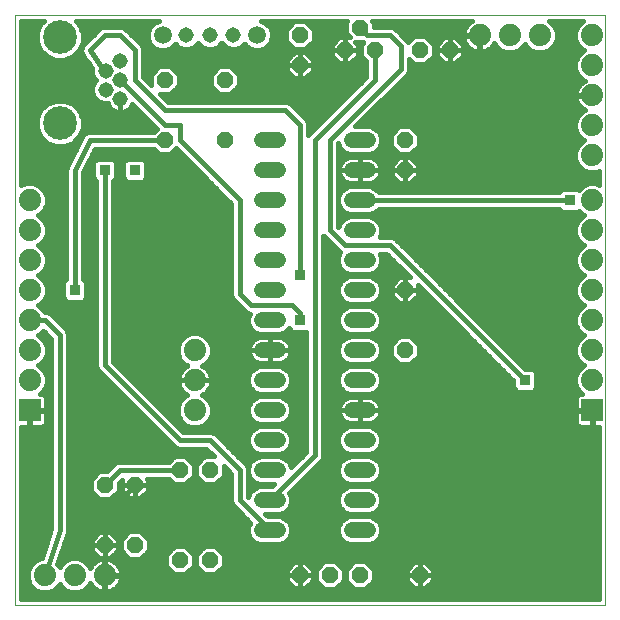
<source format=gbl>
G75*
%MOIN*%
%OFA0B0*%
%FSLAX25Y25*%
%IPPOS*%
%LPD*%
%AMOC8*
5,1,8,0,0,1.08239X$1,22.5*
%
%ADD10C,0.00000*%
%ADD11R,0.07400X0.07400*%
%ADD12C,0.07400*%
%ADD13OC8,0.05200*%
%ADD14C,0.05200*%
%ADD15C,0.05150*%
%ADD16C,0.11220*%
%ADD17C,0.05937*%
%ADD18C,0.01600*%
%ADD19R,0.03562X0.03562*%
D10*
X0009867Y0004867D02*
X0009867Y0201717D01*
X0206717Y0201717D01*
X0206717Y0004867D01*
X0009867Y0004867D01*
D11*
X0014867Y0069867D03*
X0202367Y0069867D03*
D12*
X0202367Y0079867D03*
X0202367Y0089867D03*
X0202367Y0099867D03*
X0202367Y0109867D03*
X0202367Y0119867D03*
X0202367Y0129867D03*
X0202367Y0139867D03*
X0202367Y0154867D03*
X0202367Y0164867D03*
X0202367Y0174867D03*
X0202367Y0184867D03*
X0202367Y0194867D03*
X0184867Y0194867D03*
X0174867Y0194867D03*
X0164867Y0194867D03*
X0069867Y0089867D03*
X0069867Y0079867D03*
X0069867Y0069867D03*
X0014867Y0079867D03*
X0014867Y0089867D03*
X0014867Y0099867D03*
X0014867Y0109867D03*
X0014867Y0119867D03*
X0014867Y0129867D03*
X0014867Y0139867D03*
X0019867Y0014867D03*
X0029867Y0014867D03*
X0039867Y0014867D03*
D13*
X0039867Y0024867D03*
X0049867Y0024867D03*
X0064867Y0019867D03*
X0074867Y0019867D03*
X0049867Y0044867D03*
X0039867Y0044867D03*
X0064867Y0049867D03*
X0074867Y0049867D03*
X0104867Y0014867D03*
X0114867Y0014867D03*
X0124867Y0014867D03*
X0144867Y0014867D03*
X0139867Y0089867D03*
X0139867Y0109867D03*
X0139867Y0149867D03*
X0139867Y0159867D03*
X0144867Y0189867D03*
X0154867Y0189867D03*
X0129867Y0189867D03*
X0124867Y0197367D03*
X0119867Y0189867D03*
X0104867Y0194867D03*
X0104867Y0184867D03*
X0079867Y0179867D03*
X0079867Y0159867D03*
X0059867Y0159867D03*
X0059867Y0179867D03*
D14*
X0092267Y0159867D02*
X0097467Y0159867D01*
X0097467Y0149867D02*
X0092267Y0149867D01*
X0092267Y0139867D02*
X0097467Y0139867D01*
X0097467Y0129867D02*
X0092267Y0129867D01*
X0092267Y0119867D02*
X0097467Y0119867D01*
X0097467Y0109867D02*
X0092267Y0109867D01*
X0092267Y0099867D02*
X0097467Y0099867D01*
X0097467Y0089867D02*
X0092267Y0089867D01*
X0092267Y0079867D02*
X0097467Y0079867D01*
X0097467Y0069867D02*
X0092267Y0069867D01*
X0092267Y0059867D02*
X0097467Y0059867D01*
X0097467Y0049867D02*
X0092267Y0049867D01*
X0092267Y0039867D02*
X0097467Y0039867D01*
X0097467Y0029867D02*
X0092267Y0029867D01*
X0122267Y0029867D02*
X0127467Y0029867D01*
X0127467Y0039867D02*
X0122267Y0039867D01*
X0122267Y0049867D02*
X0127467Y0049867D01*
X0127467Y0059867D02*
X0122267Y0059867D01*
X0122267Y0069867D02*
X0127467Y0069867D01*
X0127467Y0079867D02*
X0122267Y0079867D01*
X0122267Y0089867D02*
X0127467Y0089867D01*
X0127467Y0099867D02*
X0122267Y0099867D01*
X0122267Y0109867D02*
X0127467Y0109867D01*
X0127467Y0119867D02*
X0122267Y0119867D01*
X0122267Y0129867D02*
X0127467Y0129867D01*
X0127467Y0139867D02*
X0122267Y0139867D01*
X0122267Y0149867D02*
X0127467Y0149867D01*
X0127467Y0159867D02*
X0122267Y0159867D01*
D15*
X0082741Y0194867D03*
X0074867Y0194867D03*
X0066993Y0194867D03*
X0044945Y0186166D03*
X0040221Y0183016D03*
X0044945Y0179867D03*
X0040221Y0176717D03*
X0044945Y0173567D03*
D16*
X0024867Y0165497D03*
X0024867Y0194237D03*
D17*
X0059119Y0194867D03*
X0090615Y0194867D03*
D18*
X0095238Y0196688D02*
X0100267Y0196688D01*
X0100267Y0196772D02*
X0100267Y0192961D01*
X0102961Y0190267D01*
X0106772Y0190267D01*
X0109467Y0192961D01*
X0109467Y0196772D01*
X0106772Y0199467D01*
X0102961Y0199467D01*
X0100267Y0196772D01*
X0100267Y0195090D02*
X0095583Y0195090D01*
X0095583Y0195855D02*
X0094827Y0197681D01*
X0093429Y0199079D01*
X0091889Y0199717D01*
X0120711Y0199717D01*
X0120267Y0199272D01*
X0120267Y0195461D01*
X0121461Y0194267D01*
X0119867Y0194267D01*
X0119867Y0189867D01*
X0124267Y0189867D01*
X0124267Y0191689D01*
X0123189Y0192767D01*
X0125507Y0192767D01*
X0125781Y0192493D01*
X0125927Y0192432D01*
X0125267Y0191772D01*
X0125267Y0187961D01*
X0127067Y0186161D01*
X0127067Y0181026D01*
X0108281Y0162240D01*
X0107667Y0161626D01*
X0107667Y0165424D01*
X0107240Y0166453D01*
X0106453Y0167240D01*
X0101453Y0172240D01*
X0100424Y0172667D01*
X0061026Y0172667D01*
X0058426Y0175267D01*
X0061772Y0175267D01*
X0064467Y0177961D01*
X0064467Y0181772D01*
X0061772Y0184467D01*
X0057961Y0184467D01*
X0055267Y0181772D01*
X0055267Y0178426D01*
X0052667Y0181026D01*
X0052667Y0190424D01*
X0052240Y0191453D01*
X0047240Y0196453D01*
X0046453Y0197240D01*
X0045424Y0197667D01*
X0039310Y0197667D01*
X0038281Y0197240D01*
X0033060Y0192019D01*
X0032804Y0191840D01*
X0032670Y0191629D01*
X0032493Y0191453D01*
X0032373Y0191164D01*
X0032206Y0190900D01*
X0032162Y0190654D01*
X0032067Y0190424D01*
X0032067Y0190111D01*
X0032013Y0189803D01*
X0032067Y0189559D01*
X0032067Y0189310D01*
X0032186Y0189021D01*
X0032254Y0188716D01*
X0032397Y0188511D01*
X0032493Y0188281D01*
X0032714Y0188060D01*
X0035646Y0183875D01*
X0035646Y0182106D01*
X0036343Y0180425D01*
X0036901Y0179867D01*
X0036343Y0179308D01*
X0035646Y0177627D01*
X0035646Y0175807D01*
X0036343Y0174126D01*
X0037630Y0172839D01*
X0039311Y0172142D01*
X0040809Y0172142D01*
X0040891Y0171888D01*
X0041204Y0171275D01*
X0041608Y0170717D01*
X0042095Y0170231D01*
X0042652Y0169826D01*
X0043266Y0169513D01*
X0043921Y0169300D01*
X0044601Y0169193D01*
X0044945Y0169193D01*
X0044945Y0173567D01*
X0044945Y0173567D01*
X0044945Y0169193D01*
X0045290Y0169193D01*
X0045970Y0169300D01*
X0046625Y0169513D01*
X0047238Y0169826D01*
X0047795Y0170231D01*
X0048282Y0170717D01*
X0048687Y0171275D01*
X0048961Y0171812D01*
X0057134Y0163639D01*
X0056161Y0162667D01*
X0034966Y0162667D01*
X0034510Y0162699D01*
X0034412Y0162667D01*
X0034310Y0162667D01*
X0033887Y0162492D01*
X0033453Y0162347D01*
X0033375Y0162280D01*
X0033281Y0162240D01*
X0032957Y0161917D01*
X0032611Y0161617D01*
X0032565Y0161525D01*
X0032493Y0161453D01*
X0032318Y0161030D01*
X0027565Y0151525D01*
X0027493Y0151453D01*
X0027318Y0151030D01*
X0027113Y0150621D01*
X0027106Y0150518D01*
X0027067Y0150424D01*
X0027067Y0149966D01*
X0027034Y0149510D01*
X0027067Y0149412D01*
X0027067Y0113457D01*
X0026086Y0112476D01*
X0026086Y0107257D01*
X0027257Y0106086D01*
X0032476Y0106086D01*
X0033648Y0107257D01*
X0033648Y0112476D01*
X0032667Y0113457D01*
X0032667Y0149206D01*
X0036597Y0157067D01*
X0056161Y0157067D01*
X0057961Y0155267D01*
X0061772Y0155267D01*
X0063639Y0157134D01*
X0082067Y0138707D01*
X0082067Y0108060D01*
X0082493Y0107031D01*
X0086243Y0103281D01*
X0087031Y0102493D01*
X0088060Y0102067D01*
X0088199Y0102067D01*
X0087667Y0100782D01*
X0087667Y0098952D01*
X0088367Y0097261D01*
X0089661Y0095967D01*
X0091352Y0095267D01*
X0098382Y0095267D01*
X0100072Y0095967D01*
X0101224Y0097119D01*
X0102257Y0096086D01*
X0107067Y0096086D01*
X0107067Y0056026D01*
X0101995Y0050955D01*
X0101366Y0052472D01*
X0100072Y0053766D01*
X0098382Y0054467D01*
X0091352Y0054467D01*
X0089661Y0053766D01*
X0088367Y0052472D01*
X0087667Y0050782D01*
X0087667Y0048952D01*
X0088367Y0047261D01*
X0089661Y0045967D01*
X0091352Y0045267D01*
X0096307Y0045267D01*
X0095507Y0044467D01*
X0091352Y0044467D01*
X0089661Y0043766D01*
X0088367Y0042472D01*
X0087738Y0040955D01*
X0087667Y0041026D01*
X0087667Y0050424D01*
X0087240Y0051453D01*
X0086453Y0052240D01*
X0086453Y0052240D01*
X0077240Y0061453D01*
X0076453Y0062240D01*
X0075424Y0062667D01*
X0066026Y0062667D01*
X0042667Y0086026D01*
X0042667Y0146276D01*
X0043648Y0147257D01*
X0043648Y0152476D01*
X0042476Y0153648D01*
X0037257Y0153648D01*
X0036086Y0152476D01*
X0036086Y0147257D01*
X0037067Y0146276D01*
X0037067Y0084310D01*
X0037493Y0083281D01*
X0062493Y0058281D01*
X0063281Y0057493D01*
X0064310Y0057067D01*
X0073707Y0057067D01*
X0076307Y0054467D01*
X0072961Y0054467D01*
X0070267Y0051772D01*
X0070267Y0047961D01*
X0072961Y0045267D01*
X0076772Y0045267D01*
X0079467Y0047961D01*
X0079467Y0051307D01*
X0082067Y0048707D01*
X0082067Y0039310D01*
X0082493Y0038281D01*
X0088348Y0032426D01*
X0087667Y0030782D01*
X0087667Y0028952D01*
X0088367Y0027261D01*
X0089661Y0025967D01*
X0091352Y0025267D01*
X0098382Y0025267D01*
X0100072Y0025967D01*
X0101366Y0027261D01*
X0102067Y0028952D01*
X0102067Y0030782D01*
X0101366Y0032472D01*
X0100072Y0033766D01*
X0098382Y0034467D01*
X0094226Y0034467D01*
X0093426Y0035267D01*
X0098382Y0035267D01*
X0100072Y0035967D01*
X0101366Y0037261D01*
X0102067Y0038952D01*
X0102067Y0040782D01*
X0101386Y0042426D01*
X0112240Y0053281D01*
X0112667Y0054310D01*
X0112667Y0128107D01*
X0113281Y0127493D01*
X0118281Y0122493D01*
X0118362Y0122459D01*
X0117667Y0120782D01*
X0117667Y0118952D01*
X0118367Y0117261D01*
X0119661Y0115967D01*
X0121352Y0115267D01*
X0128382Y0115267D01*
X0130072Y0115967D01*
X0131366Y0117261D01*
X0132067Y0118952D01*
X0132067Y0120782D01*
X0131534Y0122067D01*
X0133707Y0122067D01*
X0141507Y0114267D01*
X0139867Y0114267D01*
X0139867Y0109867D01*
X0144267Y0109867D01*
X0144267Y0111507D01*
X0176086Y0079688D01*
X0176086Y0077257D01*
X0177257Y0076086D01*
X0182476Y0076086D01*
X0183648Y0077257D01*
X0183648Y0082476D01*
X0182476Y0083648D01*
X0180045Y0083648D01*
X0137240Y0126453D01*
X0136453Y0127240D01*
X0135424Y0127667D01*
X0131534Y0127667D01*
X0132067Y0128952D01*
X0132067Y0130782D01*
X0131366Y0132472D01*
X0130072Y0133766D01*
X0128382Y0134467D01*
X0121352Y0134467D01*
X0119661Y0133766D01*
X0118367Y0132472D01*
X0117738Y0130955D01*
X0117667Y0131026D01*
X0117667Y0158707D01*
X0117738Y0158779D01*
X0118367Y0157261D01*
X0119661Y0155967D01*
X0121352Y0155267D01*
X0128382Y0155267D01*
X0130072Y0155967D01*
X0131366Y0157261D01*
X0132067Y0158952D01*
X0132067Y0160782D01*
X0131366Y0162472D01*
X0130072Y0163766D01*
X0128382Y0164467D01*
X0123426Y0164467D01*
X0140203Y0181243D01*
X0140990Y0182031D01*
X0141417Y0183060D01*
X0141417Y0186811D01*
X0142961Y0185267D01*
X0146772Y0185267D01*
X0149467Y0187961D01*
X0149467Y0191772D01*
X0146772Y0194467D01*
X0142961Y0194467D01*
X0141051Y0192556D01*
X0140990Y0192703D01*
X0137240Y0196453D01*
X0136453Y0197240D01*
X0135424Y0197667D01*
X0129467Y0197667D01*
X0129467Y0199272D01*
X0129022Y0199717D01*
X0162271Y0199717D01*
X0161984Y0199571D01*
X0161284Y0199062D01*
X0160671Y0198450D01*
X0160163Y0197749D01*
X0159770Y0196978D01*
X0159502Y0196155D01*
X0159367Y0195300D01*
X0159367Y0195067D01*
X0164667Y0195067D01*
X0164667Y0194667D01*
X0165067Y0194667D01*
X0165067Y0189367D01*
X0165300Y0189367D01*
X0166155Y0189502D01*
X0166978Y0189770D01*
X0167749Y0190163D01*
X0168450Y0190671D01*
X0169062Y0191284D01*
X0169571Y0191984D01*
X0169747Y0192331D01*
X0170034Y0191638D01*
X0171638Y0190034D01*
X0173733Y0189167D01*
X0176000Y0189167D01*
X0178095Y0190034D01*
X0179699Y0191638D01*
X0179867Y0192043D01*
X0180034Y0191638D01*
X0181638Y0190034D01*
X0183733Y0189167D01*
X0186000Y0189167D01*
X0188095Y0190034D01*
X0189699Y0191638D01*
X0190567Y0193733D01*
X0190567Y0196000D01*
X0189699Y0198095D01*
X0188095Y0199699D01*
X0188052Y0199717D01*
X0199181Y0199717D01*
X0199138Y0199699D01*
X0197534Y0198095D01*
X0196667Y0196000D01*
X0196667Y0193733D01*
X0197534Y0191638D01*
X0199138Y0190034D01*
X0199543Y0189867D01*
X0199138Y0189699D01*
X0197534Y0188095D01*
X0196667Y0186000D01*
X0196667Y0183733D01*
X0197534Y0181638D01*
X0199138Y0180034D01*
X0199831Y0179747D01*
X0199484Y0179571D01*
X0198784Y0179062D01*
X0198171Y0178450D01*
X0197663Y0177749D01*
X0197270Y0176978D01*
X0197002Y0176155D01*
X0196867Y0175300D01*
X0196867Y0175067D01*
X0202167Y0175067D01*
X0202167Y0174667D01*
X0196867Y0174667D01*
X0196867Y0174434D01*
X0197002Y0173579D01*
X0197270Y0172755D01*
X0197663Y0171984D01*
X0198171Y0171284D01*
X0198784Y0170671D01*
X0199484Y0170163D01*
X0199831Y0169986D01*
X0199138Y0169699D01*
X0197534Y0168095D01*
X0196667Y0166000D01*
X0196667Y0163733D01*
X0197534Y0161638D01*
X0199138Y0160034D01*
X0199543Y0159867D01*
X0199138Y0159699D01*
X0197534Y0158095D01*
X0196667Y0156000D01*
X0196667Y0153733D01*
X0197534Y0151638D01*
X0199138Y0150034D01*
X0201233Y0149167D01*
X0203500Y0149167D01*
X0204717Y0149670D01*
X0204717Y0145063D01*
X0203500Y0145567D01*
X0201233Y0145567D01*
X0199138Y0144699D01*
X0197781Y0143342D01*
X0197476Y0143648D01*
X0192257Y0143648D01*
X0191276Y0142667D01*
X0131172Y0142667D01*
X0130072Y0143766D01*
X0128382Y0144467D01*
X0121352Y0144467D01*
X0119661Y0143766D01*
X0118367Y0142472D01*
X0117667Y0140782D01*
X0117667Y0138952D01*
X0118367Y0137261D01*
X0119661Y0135967D01*
X0121352Y0135267D01*
X0128382Y0135267D01*
X0130072Y0135967D01*
X0131172Y0137067D01*
X0191276Y0137067D01*
X0192257Y0136086D01*
X0197476Y0136086D01*
X0197781Y0136391D01*
X0199138Y0135034D01*
X0199543Y0134867D01*
X0199138Y0134699D01*
X0197534Y0133095D01*
X0196667Y0131000D01*
X0196667Y0128733D01*
X0197534Y0126638D01*
X0199138Y0125034D01*
X0199543Y0124867D01*
X0199138Y0124699D01*
X0197534Y0123095D01*
X0196667Y0121000D01*
X0196667Y0118733D01*
X0197534Y0116638D01*
X0199138Y0115034D01*
X0199543Y0114867D01*
X0199138Y0114699D01*
X0197534Y0113095D01*
X0196667Y0111000D01*
X0196667Y0108733D01*
X0197534Y0106638D01*
X0199138Y0105034D01*
X0199543Y0104867D01*
X0199138Y0104699D01*
X0197534Y0103095D01*
X0196667Y0101000D01*
X0196667Y0098733D01*
X0197534Y0096638D01*
X0199138Y0095034D01*
X0199543Y0094867D01*
X0199138Y0094699D01*
X0197534Y0093095D01*
X0196667Y0091000D01*
X0196667Y0088733D01*
X0197534Y0086638D01*
X0199138Y0085034D01*
X0199543Y0084867D01*
X0199138Y0084699D01*
X0197534Y0083095D01*
X0196667Y0081000D01*
X0196667Y0078733D01*
X0197534Y0076638D01*
X0198806Y0075367D01*
X0198430Y0075367D01*
X0197972Y0075244D01*
X0197561Y0075007D01*
X0197226Y0074672D01*
X0196989Y0074261D01*
X0196867Y0073804D01*
X0196867Y0070067D01*
X0202167Y0070067D01*
X0202167Y0069667D01*
X0202567Y0069667D01*
X0202567Y0064367D01*
X0204717Y0064367D01*
X0204717Y0006867D01*
X0011867Y0006867D01*
X0011867Y0064367D01*
X0014667Y0064367D01*
X0014667Y0069667D01*
X0015067Y0069667D01*
X0015067Y0070067D01*
X0020367Y0070067D01*
X0020367Y0073804D01*
X0020244Y0074261D01*
X0020007Y0074672D01*
X0019672Y0075007D01*
X0019261Y0075244D01*
X0018804Y0075367D01*
X0018428Y0075367D01*
X0019699Y0076638D01*
X0020567Y0078733D01*
X0020567Y0081000D01*
X0019699Y0083095D01*
X0018095Y0084699D01*
X0017690Y0084867D01*
X0018095Y0085034D01*
X0019699Y0086638D01*
X0020567Y0088733D01*
X0020567Y0091000D01*
X0019699Y0093095D01*
X0018095Y0094699D01*
X0017690Y0094867D01*
X0018095Y0095034D01*
X0019417Y0096356D01*
X0022067Y0093707D01*
X0022067Y0030321D01*
X0018815Y0020567D01*
X0018733Y0020567D01*
X0016638Y0019699D01*
X0015034Y0018095D01*
X0014167Y0016000D01*
X0014167Y0013733D01*
X0015034Y0011638D01*
X0016638Y0010034D01*
X0018733Y0009167D01*
X0021000Y0009167D01*
X0023095Y0010034D01*
X0024699Y0011638D01*
X0024867Y0012043D01*
X0025034Y0011638D01*
X0026638Y0010034D01*
X0028733Y0009167D01*
X0031000Y0009167D01*
X0033095Y0010034D01*
X0034699Y0011638D01*
X0034986Y0012331D01*
X0035163Y0011984D01*
X0035671Y0011284D01*
X0036284Y0010671D01*
X0036984Y0010163D01*
X0037755Y0009770D01*
X0038579Y0009502D01*
X0039434Y0009367D01*
X0039667Y0009367D01*
X0039667Y0014667D01*
X0040067Y0014667D01*
X0040067Y0015067D01*
X0039667Y0015067D01*
X0039667Y0020367D01*
X0039434Y0020367D01*
X0038579Y0020231D01*
X0037755Y0019964D01*
X0036984Y0019571D01*
X0036284Y0019062D01*
X0035671Y0018450D01*
X0035163Y0017749D01*
X0034986Y0017402D01*
X0034699Y0018095D01*
X0033095Y0019699D01*
X0031000Y0020567D01*
X0028733Y0020567D01*
X0026638Y0019699D01*
X0025034Y0018095D01*
X0024867Y0017690D01*
X0024699Y0018095D01*
X0024095Y0018699D01*
X0027492Y0028887D01*
X0027667Y0029310D01*
X0027667Y0029412D01*
X0027699Y0029510D01*
X0027667Y0029966D01*
X0027667Y0095424D01*
X0027240Y0096453D01*
X0026453Y0097240D01*
X0021453Y0102240D01*
X0020424Y0102667D01*
X0019876Y0102667D01*
X0019699Y0103095D01*
X0018095Y0104699D01*
X0017690Y0104867D01*
X0018095Y0105034D01*
X0019699Y0106638D01*
X0020567Y0108733D01*
X0020567Y0111000D01*
X0019699Y0113095D01*
X0018095Y0114699D01*
X0017690Y0114867D01*
X0018095Y0115034D01*
X0019699Y0116638D01*
X0020567Y0118733D01*
X0020567Y0121000D01*
X0019699Y0123095D01*
X0018095Y0124699D01*
X0017690Y0124867D01*
X0018095Y0125034D01*
X0019699Y0126638D01*
X0020567Y0128733D01*
X0020567Y0131000D01*
X0019699Y0133095D01*
X0018095Y0134699D01*
X0017690Y0134867D01*
X0018095Y0135034D01*
X0019699Y0136638D01*
X0020567Y0138733D01*
X0020567Y0141000D01*
X0019699Y0143095D01*
X0018095Y0144699D01*
X0016000Y0145567D01*
X0013733Y0145567D01*
X0011867Y0144794D01*
X0011867Y0199717D01*
X0019584Y0199717D01*
X0018415Y0198548D01*
X0017256Y0195751D01*
X0017256Y0192723D01*
X0018415Y0189926D01*
X0020556Y0187785D01*
X0023353Y0186627D01*
X0026380Y0186627D01*
X0029178Y0187785D01*
X0031318Y0189926D01*
X0032477Y0192723D01*
X0032477Y0195751D01*
X0031318Y0198548D01*
X0030149Y0199717D01*
X0057844Y0199717D01*
X0056304Y0199079D01*
X0054907Y0197681D01*
X0054150Y0195855D01*
X0054150Y0193878D01*
X0054907Y0192052D01*
X0056304Y0190655D01*
X0058130Y0189898D01*
X0060107Y0189898D01*
X0061933Y0190655D01*
X0063331Y0192052D01*
X0063333Y0192057D01*
X0064401Y0190988D01*
X0066083Y0190292D01*
X0067903Y0190292D01*
X0069584Y0190988D01*
X0070871Y0192275D01*
X0070930Y0192417D01*
X0070988Y0192275D01*
X0072275Y0190988D01*
X0073957Y0190292D01*
X0075777Y0190292D01*
X0077458Y0190988D01*
X0078745Y0192275D01*
X0078804Y0192417D01*
X0078862Y0192275D01*
X0080149Y0190988D01*
X0081831Y0190292D01*
X0083651Y0190292D01*
X0085332Y0190988D01*
X0086401Y0192057D01*
X0086403Y0192052D01*
X0087800Y0190655D01*
X0089626Y0189898D01*
X0091603Y0189898D01*
X0093429Y0190655D01*
X0094827Y0192052D01*
X0095583Y0193878D01*
X0095583Y0195855D01*
X0095423Y0193491D02*
X0100267Y0193491D01*
X0101335Y0191892D02*
X0094667Y0191892D01*
X0092559Y0190294D02*
X0102934Y0190294D01*
X0103044Y0189267D02*
X0100467Y0186689D01*
X0100467Y0184867D01*
X0104867Y0184867D01*
X0104867Y0184867D01*
X0104867Y0189267D01*
X0106689Y0189267D01*
X0109267Y0186689D01*
X0109267Y0184867D01*
X0104867Y0184867D01*
X0104867Y0184867D01*
X0104867Y0189267D01*
X0103044Y0189267D01*
X0102473Y0188695D02*
X0052667Y0188695D01*
X0052667Y0187097D02*
X0100874Y0187097D01*
X0100467Y0185498D02*
X0052667Y0185498D01*
X0052667Y0183900D02*
X0057395Y0183900D01*
X0055796Y0182301D02*
X0052667Y0182301D01*
X0052990Y0180703D02*
X0055267Y0180703D01*
X0055267Y0179104D02*
X0054589Y0179104D01*
X0059384Y0174309D02*
X0120349Y0174309D01*
X0121948Y0175907D02*
X0082413Y0175907D01*
X0081772Y0175267D02*
X0084467Y0177961D01*
X0084467Y0181772D01*
X0081772Y0184467D01*
X0077961Y0184467D01*
X0075267Y0181772D01*
X0075267Y0177961D01*
X0077961Y0175267D01*
X0081772Y0175267D01*
X0084011Y0177506D02*
X0123546Y0177506D01*
X0125145Y0179104D02*
X0084467Y0179104D01*
X0084467Y0180703D02*
X0102808Y0180703D01*
X0103044Y0180467D02*
X0100467Y0183044D01*
X0100467Y0184867D01*
X0104867Y0184867D01*
X0109267Y0184867D01*
X0109267Y0183044D01*
X0106689Y0180467D01*
X0104867Y0180467D01*
X0104867Y0184867D01*
X0104867Y0184867D01*
X0104867Y0184867D01*
X0104867Y0180467D01*
X0103044Y0180467D01*
X0104867Y0180703D02*
X0104867Y0180703D01*
X0104867Y0182301D02*
X0104867Y0182301D01*
X0104867Y0183900D02*
X0104867Y0183900D01*
X0104867Y0185498D02*
X0104867Y0185498D01*
X0104867Y0187097D02*
X0104867Y0187097D01*
X0104867Y0188695D02*
X0104867Y0188695D01*
X0107260Y0188695D02*
X0115467Y0188695D01*
X0115467Y0188044D02*
X0118044Y0185467D01*
X0119867Y0185467D01*
X0121689Y0185467D01*
X0124267Y0188044D01*
X0124267Y0189867D01*
X0119867Y0189867D01*
X0119867Y0189867D01*
X0119867Y0189867D01*
X0119867Y0194267D01*
X0118044Y0194267D01*
X0115467Y0191689D01*
X0115467Y0189867D01*
X0119867Y0189867D01*
X0119867Y0185467D01*
X0119867Y0189867D01*
X0119867Y0189867D01*
X0119867Y0189867D01*
X0115467Y0189867D01*
X0115467Y0188044D01*
X0116414Y0187097D02*
X0108859Y0187097D01*
X0109267Y0185498D02*
X0118012Y0185498D01*
X0119867Y0185498D02*
X0119867Y0185498D01*
X0119867Y0187097D02*
X0119867Y0187097D01*
X0119867Y0188695D02*
X0119867Y0188695D01*
X0119867Y0190294D02*
X0119867Y0190294D01*
X0119867Y0191892D02*
X0119867Y0191892D01*
X0119867Y0193491D02*
X0119867Y0193491D01*
X0120638Y0195090D02*
X0109467Y0195090D01*
X0109467Y0196688D02*
X0120267Y0196688D01*
X0120267Y0198287D02*
X0107952Y0198287D01*
X0109467Y0193491D02*
X0117268Y0193491D01*
X0115670Y0191892D02*
X0108398Y0191892D01*
X0106799Y0190294D02*
X0115467Y0190294D01*
X0121721Y0185498D02*
X0127067Y0185498D01*
X0127067Y0183900D02*
X0109267Y0183900D01*
X0108524Y0182301D02*
X0127067Y0182301D01*
X0126743Y0180703D02*
X0106925Y0180703D01*
X0101209Y0182301D02*
X0083937Y0182301D01*
X0082339Y0183900D02*
X0100467Y0183900D01*
X0102581Y0171112D02*
X0117152Y0171112D01*
X0118751Y0172710D02*
X0060983Y0172710D01*
X0062413Y0175907D02*
X0077321Y0175907D01*
X0075722Y0177506D02*
X0064011Y0177506D01*
X0064467Y0179104D02*
X0075267Y0179104D01*
X0075267Y0180703D02*
X0064467Y0180703D01*
X0063937Y0182301D02*
X0075796Y0182301D01*
X0077395Y0183900D02*
X0062339Y0183900D01*
X0061062Y0190294D02*
X0066078Y0190294D01*
X0067908Y0190294D02*
X0073952Y0190294D01*
X0075782Y0190294D02*
X0081826Y0190294D01*
X0083656Y0190294D02*
X0088671Y0190294D01*
X0086562Y0191892D02*
X0086236Y0191892D01*
X0079245Y0191892D02*
X0078362Y0191892D01*
X0071371Y0191892D02*
X0070488Y0191892D01*
X0063497Y0191892D02*
X0063171Y0191892D01*
X0057175Y0190294D02*
X0052667Y0190294D01*
X0051801Y0191892D02*
X0055066Y0191892D01*
X0054311Y0193491D02*
X0050202Y0193491D01*
X0048604Y0195090D02*
X0054150Y0195090D01*
X0054495Y0196688D02*
X0047005Y0196688D01*
X0047240Y0196453D02*
X0047240Y0196453D01*
X0044867Y0194867D02*
X0039867Y0194867D01*
X0034867Y0189867D01*
X0038371Y0184867D01*
X0040221Y0183016D01*
X0036227Y0180703D02*
X0011867Y0180703D01*
X0011867Y0182301D02*
X0035646Y0182301D01*
X0035629Y0183900D02*
X0011867Y0183900D01*
X0011867Y0185498D02*
X0034509Y0185498D01*
X0033389Y0187097D02*
X0027516Y0187097D01*
X0030088Y0188695D02*
X0032268Y0188695D01*
X0032067Y0190294D02*
X0031471Y0190294D01*
X0032133Y0191892D02*
X0032879Y0191892D01*
X0032477Y0193491D02*
X0034531Y0193491D01*
X0036130Y0195090D02*
X0032477Y0195090D01*
X0032089Y0196688D02*
X0037728Y0196688D01*
X0031426Y0198287D02*
X0055512Y0198287D01*
X0049867Y0189867D02*
X0044867Y0194867D01*
X0049867Y0189867D02*
X0049867Y0179867D01*
X0059867Y0169867D01*
X0099867Y0169867D01*
X0104867Y0164867D01*
X0104867Y0114867D01*
X0112667Y0115164D02*
X0140610Y0115164D01*
X0139867Y0114267D02*
X0138044Y0114267D01*
X0135467Y0111689D01*
X0135467Y0109867D01*
X0139867Y0109867D01*
X0139867Y0109867D01*
X0139867Y0109867D01*
X0144267Y0109867D01*
X0144267Y0108044D01*
X0141689Y0105467D01*
X0139867Y0105467D01*
X0139867Y0109867D01*
X0139867Y0114267D01*
X0139867Y0113565D02*
X0139867Y0113565D01*
X0139867Y0111967D02*
X0139867Y0111967D01*
X0139867Y0110368D02*
X0139867Y0110368D01*
X0139867Y0109867D02*
X0139867Y0109867D01*
X0139867Y0109867D01*
X0139867Y0105467D01*
X0138044Y0105467D01*
X0135467Y0108044D01*
X0135467Y0109867D01*
X0139867Y0109867D01*
X0139867Y0108770D02*
X0139867Y0108770D01*
X0139867Y0107171D02*
X0139867Y0107171D01*
X0139867Y0105573D02*
X0139867Y0105573D01*
X0141795Y0105573D02*
X0150201Y0105573D01*
X0151799Y0103974D02*
X0129570Y0103974D01*
X0130072Y0103766D02*
X0128382Y0104467D01*
X0121352Y0104467D01*
X0119661Y0103766D01*
X0118367Y0102472D01*
X0117667Y0100782D01*
X0117667Y0098952D01*
X0118367Y0097261D01*
X0119661Y0095967D01*
X0121352Y0095267D01*
X0128382Y0095267D01*
X0130072Y0095967D01*
X0131366Y0097261D01*
X0132067Y0098952D01*
X0132067Y0100782D01*
X0131366Y0102472D01*
X0130072Y0103766D01*
X0131406Y0102376D02*
X0153398Y0102376D01*
X0154996Y0100777D02*
X0132067Y0100777D01*
X0132067Y0099179D02*
X0156595Y0099179D01*
X0158193Y0097580D02*
X0131499Y0097580D01*
X0130087Y0095982D02*
X0159792Y0095982D01*
X0161390Y0094383D02*
X0141855Y0094383D01*
X0141772Y0094467D02*
X0137961Y0094467D01*
X0135267Y0091772D01*
X0135267Y0087961D01*
X0137961Y0085267D01*
X0141772Y0085267D01*
X0144467Y0087961D01*
X0144467Y0091772D01*
X0141772Y0094467D01*
X0143454Y0092785D02*
X0162989Y0092785D01*
X0164587Y0091186D02*
X0144467Y0091186D01*
X0144467Y0089588D02*
X0166186Y0089588D01*
X0167784Y0087989D02*
X0144467Y0087989D01*
X0142896Y0086391D02*
X0169383Y0086391D01*
X0170981Y0084792D02*
X0112667Y0084792D01*
X0112667Y0083194D02*
X0119088Y0083194D01*
X0119661Y0083766D02*
X0118367Y0082472D01*
X0117667Y0080782D01*
X0117667Y0078952D01*
X0118367Y0077261D01*
X0119661Y0075967D01*
X0121352Y0075267D01*
X0128382Y0075267D01*
X0130072Y0075967D01*
X0131366Y0077261D01*
X0132067Y0078952D01*
X0132067Y0080782D01*
X0131366Y0082472D01*
X0130072Y0083766D01*
X0128382Y0084467D01*
X0121352Y0084467D01*
X0119661Y0083766D01*
X0119661Y0085967D02*
X0121352Y0085267D01*
X0128382Y0085267D01*
X0130072Y0085967D01*
X0131366Y0087261D01*
X0132067Y0088952D01*
X0132067Y0090782D01*
X0131366Y0092472D01*
X0130072Y0093766D01*
X0128382Y0094467D01*
X0121352Y0094467D01*
X0119661Y0093766D01*
X0118367Y0092472D01*
X0117667Y0090782D01*
X0117667Y0088952D01*
X0118367Y0087261D01*
X0119661Y0085967D01*
X0119237Y0086391D02*
X0112667Y0086391D01*
X0112667Y0087989D02*
X0118065Y0087989D01*
X0117667Y0089588D02*
X0112667Y0089588D01*
X0112667Y0091186D02*
X0117834Y0091186D01*
X0118679Y0092785D02*
X0112667Y0092785D01*
X0112667Y0094383D02*
X0121150Y0094383D01*
X0119646Y0095982D02*
X0112667Y0095982D01*
X0112667Y0097580D02*
X0118235Y0097580D01*
X0117667Y0099179D02*
X0112667Y0099179D01*
X0112667Y0100777D02*
X0117667Y0100777D01*
X0118327Y0102376D02*
X0112667Y0102376D01*
X0112667Y0103974D02*
X0120163Y0103974D01*
X0120612Y0105573D02*
X0112667Y0105573D01*
X0112667Y0107171D02*
X0118457Y0107171D01*
X0118367Y0107261D02*
X0119661Y0105967D01*
X0121352Y0105267D01*
X0128382Y0105267D01*
X0130072Y0105967D01*
X0131366Y0107261D01*
X0132067Y0108952D01*
X0132067Y0110782D01*
X0131366Y0112472D01*
X0130072Y0113766D01*
X0128382Y0114467D01*
X0121352Y0114467D01*
X0119661Y0113766D01*
X0118367Y0112472D01*
X0117667Y0110782D01*
X0117667Y0108952D01*
X0118367Y0107261D01*
X0117742Y0108770D02*
X0112667Y0108770D01*
X0112667Y0110368D02*
X0117667Y0110368D01*
X0118158Y0111967D02*
X0112667Y0111967D01*
X0112667Y0113565D02*
X0119460Y0113565D01*
X0118865Y0116762D02*
X0112667Y0116762D01*
X0112667Y0118361D02*
X0117911Y0118361D01*
X0117667Y0119959D02*
X0112667Y0119959D01*
X0112667Y0121558D02*
X0117988Y0121558D01*
X0117617Y0123156D02*
X0112667Y0123156D01*
X0112667Y0124755D02*
X0116019Y0124755D01*
X0114420Y0126354D02*
X0112667Y0126354D01*
X0112667Y0127952D02*
X0112821Y0127952D01*
X0114867Y0129867D02*
X0114867Y0159867D01*
X0138617Y0183617D01*
X0138617Y0191117D01*
X0134867Y0194867D01*
X0127367Y0194867D01*
X0124867Y0197367D01*
X0129467Y0198287D02*
X0160553Y0198287D01*
X0159675Y0196688D02*
X0137005Y0196688D01*
X0138604Y0195090D02*
X0159367Y0195090D01*
X0159367Y0194667D02*
X0159367Y0194434D01*
X0159502Y0193579D01*
X0159770Y0192755D01*
X0160163Y0191984D01*
X0160671Y0191284D01*
X0161284Y0190671D01*
X0161984Y0190163D01*
X0162755Y0189770D01*
X0163579Y0189502D01*
X0164434Y0189367D01*
X0164667Y0189367D01*
X0164667Y0194667D01*
X0159367Y0194667D01*
X0159531Y0193491D02*
X0157465Y0193491D01*
X0156689Y0194267D02*
X0154867Y0194267D01*
X0154867Y0189867D01*
X0159267Y0189867D01*
X0159267Y0191689D01*
X0156689Y0194267D01*
X0154867Y0194267D02*
X0153044Y0194267D01*
X0150467Y0191689D01*
X0150467Y0189867D01*
X0154867Y0189867D01*
X0154867Y0189867D01*
X0154867Y0189867D01*
X0159267Y0189867D01*
X0159267Y0188044D01*
X0156689Y0185467D01*
X0154867Y0185467D01*
X0154867Y0189867D01*
X0154867Y0194267D01*
X0154867Y0193491D02*
X0154867Y0193491D01*
X0154867Y0191892D02*
X0154867Y0191892D01*
X0154867Y0190294D02*
X0154867Y0190294D01*
X0154867Y0189867D02*
X0154867Y0189867D01*
X0154867Y0189867D01*
X0154867Y0185467D01*
X0153044Y0185467D01*
X0150467Y0188044D01*
X0150467Y0189867D01*
X0154867Y0189867D01*
X0154867Y0188695D02*
X0154867Y0188695D01*
X0154867Y0187097D02*
X0154867Y0187097D01*
X0154867Y0185498D02*
X0154867Y0185498D01*
X0156721Y0185498D02*
X0196667Y0185498D01*
X0196667Y0183900D02*
X0141417Y0183900D01*
X0141417Y0185498D02*
X0142729Y0185498D01*
X0141103Y0182301D02*
X0197260Y0182301D01*
X0198469Y0180703D02*
X0139663Y0180703D01*
X0138064Y0179104D02*
X0198842Y0179104D01*
X0197539Y0177506D02*
X0136466Y0177506D01*
X0134867Y0175907D02*
X0196963Y0175907D01*
X0196886Y0174309D02*
X0133269Y0174309D01*
X0131670Y0172710D02*
X0197293Y0172710D01*
X0198343Y0171112D02*
X0130072Y0171112D01*
X0128473Y0169513D02*
X0198952Y0169513D01*
X0197460Y0167915D02*
X0126875Y0167915D01*
X0125276Y0166316D02*
X0196797Y0166316D01*
X0196667Y0164718D02*
X0123678Y0164718D01*
X0117927Y0158324D02*
X0117667Y0158324D01*
X0117667Y0156725D02*
X0118903Y0156725D01*
X0117667Y0155127D02*
X0196667Y0155127D01*
X0196751Y0153528D02*
X0142428Y0153528D01*
X0141689Y0154267D02*
X0139867Y0154267D01*
X0139867Y0149867D01*
X0139867Y0149867D01*
X0144267Y0149867D01*
X0144267Y0151689D01*
X0141689Y0154267D01*
X0141772Y0155267D02*
X0144467Y0157961D01*
X0144467Y0161772D01*
X0141772Y0164467D01*
X0137961Y0164467D01*
X0135267Y0161772D01*
X0135267Y0157961D01*
X0137961Y0155267D01*
X0141772Y0155267D01*
X0143231Y0156725D02*
X0196967Y0156725D01*
X0197763Y0158324D02*
X0144467Y0158324D01*
X0144467Y0159922D02*
X0199409Y0159922D01*
X0197652Y0161521D02*
X0144467Y0161521D01*
X0143119Y0163119D02*
X0196921Y0163119D01*
X0197414Y0151930D02*
X0144026Y0151930D01*
X0144267Y0150331D02*
X0198841Y0150331D01*
X0201158Y0145536D02*
X0141758Y0145536D01*
X0141689Y0145467D02*
X0144267Y0148044D01*
X0144267Y0149867D01*
X0139867Y0149867D01*
X0139867Y0149867D01*
X0139867Y0154267D01*
X0138044Y0154267D01*
X0135467Y0151689D01*
X0135467Y0149867D01*
X0139867Y0149867D01*
X0139867Y0149867D01*
X0139867Y0145467D01*
X0141689Y0145467D01*
X0139867Y0145467D02*
X0139867Y0149867D01*
X0139867Y0149867D01*
X0135467Y0149867D01*
X0135467Y0148044D01*
X0138044Y0145467D01*
X0139867Y0145467D01*
X0139867Y0145536D02*
X0139867Y0145536D01*
X0139867Y0147134D02*
X0139867Y0147134D01*
X0139867Y0148733D02*
X0139867Y0148733D01*
X0139867Y0150331D02*
X0139867Y0150331D01*
X0139867Y0151930D02*
X0139867Y0151930D01*
X0139867Y0153528D02*
X0139867Y0153528D01*
X0137306Y0153528D02*
X0129913Y0153528D01*
X0129773Y0153630D02*
X0129156Y0153944D01*
X0128497Y0154158D01*
X0127813Y0154267D01*
X0124867Y0154267D01*
X0124867Y0149867D01*
X0124867Y0149867D01*
X0131867Y0149867D01*
X0131867Y0150213D01*
X0131758Y0150897D01*
X0131544Y0151556D01*
X0131230Y0152173D01*
X0130823Y0152733D01*
X0130333Y0153223D01*
X0129773Y0153630D01*
X0131354Y0151930D02*
X0135707Y0151930D01*
X0135467Y0150331D02*
X0131848Y0150331D01*
X0131867Y0149867D02*
X0124867Y0149867D01*
X0124867Y0149867D01*
X0124867Y0154267D01*
X0121920Y0154267D01*
X0121236Y0154158D01*
X0120578Y0153944D01*
X0119961Y0153630D01*
X0119400Y0153223D01*
X0118911Y0152733D01*
X0118503Y0152173D01*
X0118189Y0151556D01*
X0117975Y0150897D01*
X0117867Y0150213D01*
X0117867Y0149867D01*
X0124867Y0149867D01*
X0124867Y0145467D01*
X0127813Y0145467D01*
X0128497Y0145575D01*
X0129156Y0145789D01*
X0129773Y0146103D01*
X0130333Y0146511D01*
X0130823Y0147000D01*
X0131230Y0147561D01*
X0131544Y0148178D01*
X0131758Y0148836D01*
X0131867Y0149520D01*
X0131867Y0149867D01*
X0131725Y0148733D02*
X0135467Y0148733D01*
X0136377Y0147134D02*
X0130920Y0147134D01*
X0128249Y0145536D02*
X0137975Y0145536D01*
X0143357Y0147134D02*
X0204717Y0147134D01*
X0204717Y0145536D02*
X0203575Y0145536D01*
X0204717Y0148733D02*
X0144267Y0148733D01*
X0136503Y0156725D02*
X0130831Y0156725D01*
X0131807Y0158324D02*
X0135267Y0158324D01*
X0135267Y0159922D02*
X0132067Y0159922D01*
X0131761Y0161521D02*
X0135267Y0161521D01*
X0136614Y0163119D02*
X0130719Y0163119D01*
X0124867Y0153528D02*
X0124867Y0153528D01*
X0124867Y0151930D02*
X0124867Y0151930D01*
X0124867Y0150331D02*
X0124867Y0150331D01*
X0124867Y0149867D02*
X0124867Y0149867D01*
X0124867Y0149867D01*
X0124867Y0145467D01*
X0121920Y0145467D01*
X0121236Y0145575D01*
X0120578Y0145789D01*
X0119961Y0146103D01*
X0119400Y0146511D01*
X0118911Y0147000D01*
X0118503Y0147561D01*
X0118189Y0148178D01*
X0117975Y0148836D01*
X0117867Y0149520D01*
X0117867Y0149867D01*
X0124867Y0149867D01*
X0124867Y0148733D02*
X0124867Y0148733D01*
X0124867Y0147134D02*
X0124867Y0147134D01*
X0124867Y0145536D02*
X0124867Y0145536D01*
X0121485Y0145536D02*
X0117667Y0145536D01*
X0117667Y0147134D02*
X0118813Y0147134D01*
X0118009Y0148733D02*
X0117667Y0148733D01*
X0117667Y0150331D02*
X0117885Y0150331D01*
X0117667Y0151930D02*
X0118380Y0151930D01*
X0117667Y0153528D02*
X0119821Y0153528D01*
X0120073Y0143937D02*
X0117667Y0143937D01*
X0117667Y0142339D02*
X0118312Y0142339D01*
X0117667Y0140740D02*
X0117667Y0140740D01*
X0117667Y0139142D02*
X0117667Y0139142D01*
X0117667Y0137543D02*
X0118250Y0137543D01*
X0117667Y0135945D02*
X0119715Y0135945D01*
X0121061Y0134346D02*
X0117667Y0134346D01*
X0117667Y0132748D02*
X0118642Y0132748D01*
X0117819Y0131149D02*
X0117667Y0131149D01*
X0114867Y0129867D02*
X0119867Y0124867D01*
X0134867Y0124867D01*
X0179867Y0079867D01*
X0176086Y0078398D02*
X0131837Y0078398D01*
X0132067Y0079997D02*
X0175777Y0079997D01*
X0174178Y0081595D02*
X0131730Y0081595D01*
X0130645Y0083194D02*
X0172580Y0083194D01*
X0177302Y0086391D02*
X0197782Y0086391D01*
X0196975Y0087989D02*
X0175704Y0087989D01*
X0174105Y0089588D02*
X0196667Y0089588D01*
X0196744Y0091186D02*
X0172507Y0091186D01*
X0170908Y0092785D02*
X0197406Y0092785D01*
X0198822Y0094383D02*
X0169310Y0094383D01*
X0167711Y0095982D02*
X0198190Y0095982D01*
X0197144Y0097580D02*
X0166113Y0097580D01*
X0164514Y0099179D02*
X0196667Y0099179D01*
X0196667Y0100777D02*
X0162916Y0100777D01*
X0161317Y0102376D02*
X0197236Y0102376D01*
X0198413Y0103974D02*
X0159719Y0103974D01*
X0158120Y0105573D02*
X0198599Y0105573D01*
X0197313Y0107171D02*
X0156522Y0107171D01*
X0154923Y0108770D02*
X0196667Y0108770D01*
X0196667Y0110368D02*
X0153325Y0110368D01*
X0151726Y0111967D02*
X0197067Y0111967D01*
X0198004Y0113565D02*
X0150128Y0113565D01*
X0148529Y0115164D02*
X0199008Y0115164D01*
X0197483Y0116762D02*
X0146931Y0116762D01*
X0145332Y0118361D02*
X0196821Y0118361D01*
X0196667Y0119959D02*
X0143734Y0119959D01*
X0142135Y0121558D02*
X0196898Y0121558D01*
X0197595Y0123156D02*
X0140537Y0123156D01*
X0138938Y0124755D02*
X0199273Y0124755D01*
X0197819Y0126354D02*
X0137340Y0126354D01*
X0134216Y0121558D02*
X0131745Y0121558D01*
X0132067Y0119959D02*
X0135814Y0119959D01*
X0137413Y0118361D02*
X0131822Y0118361D01*
X0130868Y0116762D02*
X0139011Y0116762D01*
X0137343Y0113565D02*
X0130273Y0113565D01*
X0131576Y0111967D02*
X0135744Y0111967D01*
X0135467Y0110368D02*
X0132067Y0110368D01*
X0131991Y0108770D02*
X0135467Y0108770D01*
X0136339Y0107171D02*
X0131277Y0107171D01*
X0129121Y0105573D02*
X0137938Y0105573D01*
X0143394Y0107171D02*
X0148602Y0107171D01*
X0147004Y0108770D02*
X0144267Y0108770D01*
X0144267Y0110368D02*
X0145405Y0110368D01*
X0137878Y0094383D02*
X0128583Y0094383D01*
X0131054Y0092785D02*
X0136279Y0092785D01*
X0135267Y0091186D02*
X0131899Y0091186D01*
X0132067Y0089588D02*
X0135267Y0089588D01*
X0135267Y0087989D02*
X0131668Y0087989D01*
X0130496Y0086391D02*
X0136837Y0086391D01*
X0130905Y0076800D02*
X0176543Y0076800D01*
X0183190Y0076800D02*
X0197467Y0076800D01*
X0197898Y0075201D02*
X0112667Y0075201D01*
X0112667Y0073603D02*
X0119923Y0073603D01*
X0119961Y0073630D02*
X0119400Y0073223D01*
X0118911Y0072733D01*
X0118503Y0072173D01*
X0118189Y0071556D01*
X0117975Y0070897D01*
X0117867Y0070213D01*
X0117867Y0069867D01*
X0124867Y0069867D01*
X0124867Y0069867D01*
X0124867Y0074267D01*
X0127813Y0074267D01*
X0128497Y0074158D01*
X0129156Y0073944D01*
X0129773Y0073630D01*
X0130333Y0073223D01*
X0130823Y0072733D01*
X0131230Y0072173D01*
X0131544Y0071556D01*
X0131758Y0070897D01*
X0131867Y0070213D01*
X0131867Y0069867D01*
X0124867Y0069867D01*
X0124867Y0069867D01*
X0124867Y0074267D01*
X0121920Y0074267D01*
X0121236Y0074158D01*
X0120578Y0073944D01*
X0119961Y0073630D01*
X0118418Y0072004D02*
X0112667Y0072004D01*
X0112667Y0070406D02*
X0117897Y0070406D01*
X0117867Y0069867D02*
X0117867Y0069520D01*
X0117975Y0068836D01*
X0118189Y0068178D01*
X0118503Y0067561D01*
X0118911Y0067000D01*
X0119400Y0066511D01*
X0119961Y0066103D01*
X0120578Y0065789D01*
X0121236Y0065575D01*
X0121920Y0065467D01*
X0124867Y0065467D01*
X0127813Y0065467D01*
X0128497Y0065575D01*
X0129156Y0065789D01*
X0129773Y0066103D01*
X0130333Y0066511D01*
X0130823Y0067000D01*
X0131230Y0067561D01*
X0131544Y0068178D01*
X0131758Y0068836D01*
X0131867Y0069520D01*
X0131867Y0069867D01*
X0124867Y0069867D01*
X0124867Y0065467D01*
X0124867Y0069867D01*
X0124867Y0069867D01*
X0124867Y0069867D01*
X0117867Y0069867D01*
X0117984Y0068807D02*
X0112667Y0068807D01*
X0112667Y0067209D02*
X0118759Y0067209D01*
X0121128Y0065610D02*
X0112667Y0065610D01*
X0112667Y0064012D02*
X0120253Y0064012D01*
X0119661Y0063766D02*
X0118367Y0062472D01*
X0117667Y0060782D01*
X0117667Y0058952D01*
X0118367Y0057261D01*
X0119661Y0055967D01*
X0121352Y0055267D01*
X0128382Y0055267D01*
X0130072Y0055967D01*
X0131366Y0057261D01*
X0132067Y0058952D01*
X0132067Y0060782D01*
X0131366Y0062472D01*
X0130072Y0063766D01*
X0128382Y0064467D01*
X0121352Y0064467D01*
X0119661Y0063766D01*
X0118342Y0062413D02*
X0112667Y0062413D01*
X0112667Y0060815D02*
X0117680Y0060815D01*
X0117667Y0059216D02*
X0112667Y0059216D01*
X0112667Y0057618D02*
X0118219Y0057618D01*
X0119609Y0056019D02*
X0112667Y0056019D01*
X0112667Y0054421D02*
X0121240Y0054421D01*
X0121352Y0054467D02*
X0119661Y0053766D01*
X0118367Y0052472D01*
X0117667Y0050782D01*
X0117667Y0048952D01*
X0118367Y0047261D01*
X0119661Y0045967D01*
X0121352Y0045267D01*
X0128382Y0045267D01*
X0130072Y0045967D01*
X0131366Y0047261D01*
X0132067Y0048952D01*
X0132067Y0050782D01*
X0131366Y0052472D01*
X0130072Y0053766D01*
X0128382Y0054467D01*
X0121352Y0054467D01*
X0118717Y0052822D02*
X0111782Y0052822D01*
X0110183Y0051223D02*
X0117850Y0051223D01*
X0117667Y0049625D02*
X0108585Y0049625D01*
X0106986Y0048026D02*
X0118050Y0048026D01*
X0119200Y0046428D02*
X0105388Y0046428D01*
X0103789Y0044829D02*
X0204717Y0044829D01*
X0204717Y0043231D02*
X0130608Y0043231D01*
X0130072Y0043766D02*
X0131366Y0042472D01*
X0132067Y0040782D01*
X0132067Y0038952D01*
X0131366Y0037261D01*
X0130072Y0035967D01*
X0128382Y0035267D01*
X0121352Y0035267D01*
X0119661Y0035967D01*
X0118367Y0037261D01*
X0117667Y0038952D01*
X0117667Y0040782D01*
X0118367Y0042472D01*
X0119661Y0043766D01*
X0121352Y0044467D01*
X0128382Y0044467D01*
X0130072Y0043766D01*
X0131714Y0041632D02*
X0204717Y0041632D01*
X0204717Y0040034D02*
X0132067Y0040034D01*
X0131853Y0038435D02*
X0204717Y0038435D01*
X0204717Y0036837D02*
X0130942Y0036837D01*
X0130072Y0033766D02*
X0128382Y0034467D01*
X0121352Y0034467D01*
X0119661Y0033766D01*
X0118367Y0032472D01*
X0117667Y0030782D01*
X0117667Y0028952D01*
X0118367Y0027261D01*
X0119661Y0025967D01*
X0121352Y0025267D01*
X0128382Y0025267D01*
X0130072Y0025967D01*
X0131366Y0027261D01*
X0132067Y0028952D01*
X0132067Y0030782D01*
X0131366Y0032472D01*
X0130072Y0033766D01*
X0130199Y0033640D02*
X0204717Y0033640D01*
X0204717Y0035238D02*
X0093455Y0035238D01*
X0094867Y0029867D02*
X0084867Y0039867D01*
X0084867Y0049867D01*
X0074867Y0059867D01*
X0064867Y0059867D01*
X0039867Y0084867D01*
X0039867Y0149867D01*
X0043648Y0150331D02*
X0046086Y0150331D01*
X0046086Y0148733D02*
X0043648Y0148733D01*
X0043525Y0147134D02*
X0046209Y0147134D01*
X0046086Y0147257D02*
X0047257Y0146086D01*
X0052476Y0146086D01*
X0053648Y0147257D01*
X0053648Y0152476D01*
X0052476Y0153648D01*
X0047257Y0153648D01*
X0046086Y0152476D01*
X0046086Y0147257D01*
X0042667Y0145536D02*
X0075238Y0145536D01*
X0073639Y0147134D02*
X0053525Y0147134D01*
X0053648Y0148733D02*
X0072041Y0148733D01*
X0070442Y0150331D02*
X0053648Y0150331D01*
X0053648Y0151930D02*
X0068844Y0151930D01*
X0067245Y0153528D02*
X0052596Y0153528D01*
X0056503Y0156725D02*
X0036426Y0156725D01*
X0035627Y0155127D02*
X0065647Y0155127D01*
X0064048Y0156725D02*
X0063231Y0156725D01*
X0064867Y0159867D02*
X0084867Y0139867D01*
X0084867Y0108617D01*
X0088617Y0104867D01*
X0102367Y0104867D01*
X0104867Y0102367D01*
X0104867Y0099867D01*
X0107067Y0095982D02*
X0100087Y0095982D01*
X0099156Y0093944D02*
X0098497Y0094158D01*
X0097813Y0094267D01*
X0094867Y0094267D01*
X0094867Y0089867D01*
X0094867Y0089867D01*
X0101867Y0089867D01*
X0101867Y0090213D01*
X0101758Y0090897D01*
X0101544Y0091556D01*
X0101230Y0092173D01*
X0100823Y0092733D01*
X0100333Y0093223D01*
X0099773Y0093630D01*
X0099156Y0093944D01*
X0100771Y0092785D02*
X0107067Y0092785D01*
X0107067Y0094383D02*
X0073411Y0094383D01*
X0073095Y0094699D02*
X0071000Y0095567D01*
X0068733Y0095567D01*
X0066638Y0094699D01*
X0065034Y0093095D01*
X0064167Y0091000D01*
X0064167Y0088733D01*
X0065034Y0086638D01*
X0066638Y0085034D01*
X0067331Y0084747D01*
X0066984Y0084571D01*
X0066284Y0084062D01*
X0065671Y0083450D01*
X0065163Y0082749D01*
X0064770Y0081978D01*
X0064502Y0081155D01*
X0064367Y0080300D01*
X0064367Y0079867D01*
X0069867Y0079867D01*
X0075367Y0079867D01*
X0075367Y0080300D01*
X0075231Y0081155D01*
X0074964Y0081978D01*
X0074571Y0082749D01*
X0074062Y0083450D01*
X0073450Y0084062D01*
X0072749Y0084571D01*
X0072402Y0084747D01*
X0073095Y0085034D01*
X0074699Y0086638D01*
X0075567Y0088733D01*
X0075567Y0091000D01*
X0074699Y0093095D01*
X0073095Y0094699D01*
X0074828Y0092785D02*
X0088962Y0092785D01*
X0088911Y0092733D02*
X0088503Y0092173D01*
X0088189Y0091556D01*
X0087975Y0090897D01*
X0087867Y0090213D01*
X0087867Y0089867D01*
X0094867Y0089867D01*
X0094867Y0089867D01*
X0094867Y0094267D01*
X0091920Y0094267D01*
X0091236Y0094158D01*
X0090578Y0093944D01*
X0089961Y0093630D01*
X0089400Y0093223D01*
X0088911Y0092733D01*
X0088069Y0091186D02*
X0075490Y0091186D01*
X0075567Y0089588D02*
X0087867Y0089588D01*
X0087867Y0089520D02*
X0087975Y0088836D01*
X0088189Y0088178D01*
X0088503Y0087561D01*
X0088911Y0087000D01*
X0089400Y0086511D01*
X0089961Y0086103D01*
X0090578Y0085789D01*
X0091236Y0085575D01*
X0091920Y0085467D01*
X0094867Y0085467D01*
X0097813Y0085467D01*
X0098497Y0085575D01*
X0099156Y0085789D01*
X0099773Y0086103D01*
X0100333Y0086511D01*
X0100823Y0087000D01*
X0101230Y0087561D01*
X0101544Y0088178D01*
X0101758Y0088836D01*
X0101867Y0089520D01*
X0101867Y0089867D01*
X0094867Y0089867D01*
X0094867Y0085467D01*
X0094867Y0089867D01*
X0094867Y0089867D01*
X0094867Y0089867D01*
X0087867Y0089867D01*
X0087867Y0089520D01*
X0088285Y0087989D02*
X0075259Y0087989D01*
X0074452Y0086391D02*
X0089565Y0086391D01*
X0091352Y0084467D02*
X0089661Y0083766D01*
X0088367Y0082472D01*
X0087667Y0080782D01*
X0087667Y0078952D01*
X0088367Y0077261D01*
X0089661Y0075967D01*
X0091352Y0075267D01*
X0098382Y0075267D01*
X0100072Y0075967D01*
X0101366Y0077261D01*
X0102067Y0078952D01*
X0102067Y0080782D01*
X0101366Y0082472D01*
X0100072Y0083766D01*
X0098382Y0084467D01*
X0091352Y0084467D01*
X0089088Y0083194D02*
X0074248Y0083194D01*
X0075088Y0081595D02*
X0088004Y0081595D01*
X0087667Y0079997D02*
X0075367Y0079997D01*
X0075367Y0079867D02*
X0069867Y0079867D01*
X0069867Y0079867D01*
X0069867Y0079867D01*
X0064367Y0079867D01*
X0064367Y0079434D01*
X0064502Y0078579D01*
X0064770Y0077755D01*
X0065163Y0076984D01*
X0065671Y0076284D01*
X0066284Y0075671D01*
X0066984Y0075163D01*
X0067331Y0074986D01*
X0066638Y0074699D01*
X0065034Y0073095D01*
X0064167Y0071000D01*
X0064167Y0068733D01*
X0065034Y0066638D01*
X0066638Y0065034D01*
X0068733Y0064167D01*
X0071000Y0064167D01*
X0073095Y0065034D01*
X0074699Y0066638D01*
X0075567Y0068733D01*
X0075567Y0071000D01*
X0074699Y0073095D01*
X0073095Y0074699D01*
X0072402Y0074986D01*
X0072749Y0075163D01*
X0073450Y0075671D01*
X0074062Y0076284D01*
X0074571Y0076984D01*
X0074964Y0077755D01*
X0075231Y0078579D01*
X0075367Y0079434D01*
X0075367Y0079867D01*
X0075173Y0078398D02*
X0087896Y0078398D01*
X0088828Y0076800D02*
X0074437Y0076800D01*
X0072802Y0075201D02*
X0107067Y0075201D01*
X0107067Y0073603D02*
X0100236Y0073603D01*
X0100072Y0073766D02*
X0098382Y0074467D01*
X0091352Y0074467D01*
X0089661Y0073766D01*
X0088367Y0072472D01*
X0087667Y0070782D01*
X0087667Y0068952D01*
X0088367Y0067261D01*
X0089661Y0065967D01*
X0091352Y0065267D01*
X0098382Y0065267D01*
X0100072Y0065967D01*
X0101366Y0067261D01*
X0102067Y0068952D01*
X0102067Y0070782D01*
X0101366Y0072472D01*
X0100072Y0073766D01*
X0101560Y0072004D02*
X0107067Y0072004D01*
X0107067Y0070406D02*
X0102067Y0070406D01*
X0102007Y0068807D02*
X0107067Y0068807D01*
X0107067Y0067209D02*
X0101314Y0067209D01*
X0099211Y0065610D02*
X0107067Y0065610D01*
X0107067Y0064012D02*
X0099480Y0064012D01*
X0100072Y0063766D02*
X0098382Y0064467D01*
X0091352Y0064467D01*
X0089661Y0063766D01*
X0088367Y0062472D01*
X0087667Y0060782D01*
X0087667Y0058952D01*
X0088367Y0057261D01*
X0089661Y0055967D01*
X0091352Y0055267D01*
X0098382Y0055267D01*
X0100072Y0055967D01*
X0101366Y0057261D01*
X0102067Y0058952D01*
X0102067Y0060782D01*
X0101366Y0062472D01*
X0100072Y0063766D01*
X0101391Y0062413D02*
X0107067Y0062413D01*
X0107067Y0060815D02*
X0102053Y0060815D01*
X0102067Y0059216D02*
X0107067Y0059216D01*
X0107067Y0057618D02*
X0101514Y0057618D01*
X0100124Y0056019D02*
X0107059Y0056019D01*
X0105461Y0054421D02*
X0098493Y0054421D01*
X0101017Y0052822D02*
X0103862Y0052822D01*
X0102264Y0051223D02*
X0101884Y0051223D01*
X0095870Y0044829D02*
X0087667Y0044829D01*
X0087667Y0043231D02*
X0089126Y0043231D01*
X0088019Y0041632D02*
X0087667Y0041632D01*
X0083937Y0036837D02*
X0027667Y0036837D01*
X0027667Y0038435D02*
X0082429Y0038435D01*
X0082067Y0040034D02*
X0027667Y0040034D01*
X0027667Y0041632D02*
X0036596Y0041632D01*
X0035267Y0042961D02*
X0037961Y0040267D01*
X0041772Y0040267D01*
X0044467Y0042961D01*
X0044467Y0045507D01*
X0045467Y0046507D01*
X0045467Y0044867D01*
X0049867Y0044867D01*
X0054267Y0044867D01*
X0054267Y0046689D01*
X0053889Y0047067D01*
X0061161Y0047067D01*
X0062961Y0045267D01*
X0066772Y0045267D01*
X0069467Y0047961D01*
X0069467Y0051772D01*
X0066772Y0054467D01*
X0062961Y0054467D01*
X0061161Y0052667D01*
X0044310Y0052667D01*
X0043281Y0052240D01*
X0040507Y0049467D01*
X0037961Y0049467D01*
X0035267Y0046772D01*
X0035267Y0042961D01*
X0035267Y0043231D02*
X0027667Y0043231D01*
X0027667Y0044829D02*
X0035267Y0044829D01*
X0035267Y0046428D02*
X0027667Y0046428D01*
X0027667Y0048026D02*
X0036521Y0048026D01*
X0040665Y0049625D02*
X0027667Y0049625D01*
X0027667Y0051223D02*
X0042264Y0051223D01*
X0044867Y0049867D02*
X0039867Y0044867D01*
X0044467Y0044829D02*
X0045467Y0044829D01*
X0045467Y0044867D02*
X0045467Y0043044D01*
X0048044Y0040467D01*
X0049867Y0040467D01*
X0051689Y0040467D01*
X0054267Y0043044D01*
X0054267Y0044867D01*
X0049867Y0044867D01*
X0049867Y0044867D01*
X0044867Y0039867D01*
X0044867Y0034867D01*
X0047961Y0029467D02*
X0045267Y0026772D01*
X0045267Y0022961D01*
X0047961Y0020267D01*
X0051772Y0020267D01*
X0054467Y0022961D01*
X0054467Y0026772D01*
X0051772Y0029467D01*
X0047961Y0029467D01*
X0047339Y0028844D02*
X0042112Y0028844D01*
X0041689Y0029267D02*
X0039867Y0029267D01*
X0039867Y0024867D01*
X0039867Y0024867D01*
X0044267Y0024867D01*
X0044267Y0026689D01*
X0041689Y0029267D01*
X0039867Y0029267D02*
X0038044Y0029267D01*
X0035467Y0026689D01*
X0035467Y0024867D01*
X0039867Y0024867D01*
X0039867Y0024867D01*
X0039867Y0029267D01*
X0039867Y0028844D02*
X0039867Y0028844D01*
X0039867Y0027246D02*
X0039867Y0027246D01*
X0039867Y0025647D02*
X0039867Y0025647D01*
X0039867Y0024867D02*
X0039867Y0024867D01*
X0044267Y0024867D01*
X0044267Y0023044D01*
X0041689Y0020467D01*
X0039867Y0020467D01*
X0039867Y0024867D01*
X0039867Y0024867D01*
X0035467Y0024867D01*
X0035467Y0023044D01*
X0038044Y0020467D01*
X0039867Y0020467D01*
X0039867Y0024867D01*
X0039867Y0024049D02*
X0039867Y0024049D01*
X0039867Y0022450D02*
X0039867Y0022450D01*
X0039867Y0020852D02*
X0039867Y0020852D01*
X0040067Y0020367D02*
X0040067Y0015067D01*
X0045367Y0015067D01*
X0045367Y0015300D01*
X0045231Y0016155D01*
X0044964Y0016978D01*
X0044571Y0017749D01*
X0044062Y0018450D01*
X0043450Y0019062D01*
X0042749Y0019571D01*
X0041978Y0019964D01*
X0041155Y0020231D01*
X0040300Y0020367D01*
X0040067Y0020367D01*
X0040067Y0019253D02*
X0039667Y0019253D01*
X0039667Y0017655D02*
X0040067Y0017655D01*
X0040067Y0016056D02*
X0039667Y0016056D01*
X0040067Y0014667D02*
X0045367Y0014667D01*
X0045367Y0014434D01*
X0045231Y0013579D01*
X0044964Y0012755D01*
X0044571Y0011984D01*
X0044062Y0011284D01*
X0043450Y0010671D01*
X0042749Y0010163D01*
X0041978Y0009770D01*
X0041155Y0009502D01*
X0040300Y0009367D01*
X0040067Y0009367D01*
X0040067Y0014667D01*
X0040067Y0014458D02*
X0039667Y0014458D01*
X0039667Y0012859D02*
X0040067Y0012859D01*
X0040067Y0011261D02*
X0039667Y0011261D01*
X0039667Y0009662D02*
X0040067Y0009662D01*
X0041647Y0009662D02*
X0204717Y0009662D01*
X0204717Y0008064D02*
X0011867Y0008064D01*
X0011867Y0009662D02*
X0017537Y0009662D01*
X0015412Y0011261D02*
X0011867Y0011261D01*
X0011867Y0012859D02*
X0014529Y0012859D01*
X0014167Y0014458D02*
X0011867Y0014458D01*
X0011867Y0016056D02*
X0014190Y0016056D01*
X0014852Y0017655D02*
X0011867Y0017655D01*
X0011867Y0019253D02*
X0016192Y0019253D01*
X0018910Y0020852D02*
X0011867Y0020852D01*
X0011867Y0022450D02*
X0019443Y0022450D01*
X0019976Y0024049D02*
X0011867Y0024049D01*
X0011867Y0025647D02*
X0020509Y0025647D01*
X0021042Y0027246D02*
X0011867Y0027246D01*
X0011867Y0028844D02*
X0021574Y0028844D01*
X0022067Y0030443D02*
X0011867Y0030443D01*
X0011867Y0032041D02*
X0022067Y0032041D01*
X0022067Y0033640D02*
X0011867Y0033640D01*
X0011867Y0035238D02*
X0022067Y0035238D01*
X0022067Y0036837D02*
X0011867Y0036837D01*
X0011867Y0038435D02*
X0022067Y0038435D01*
X0022067Y0040034D02*
X0011867Y0040034D01*
X0011867Y0041632D02*
X0022067Y0041632D01*
X0022067Y0043231D02*
X0011867Y0043231D01*
X0011867Y0044829D02*
X0022067Y0044829D01*
X0022067Y0046428D02*
X0011867Y0046428D01*
X0011867Y0048026D02*
X0022067Y0048026D01*
X0022067Y0049625D02*
X0011867Y0049625D01*
X0011867Y0051223D02*
X0022067Y0051223D01*
X0022067Y0052822D02*
X0011867Y0052822D01*
X0011867Y0054421D02*
X0022067Y0054421D01*
X0022067Y0056019D02*
X0011867Y0056019D01*
X0011867Y0057618D02*
X0022067Y0057618D01*
X0022067Y0059216D02*
X0011867Y0059216D01*
X0011867Y0060815D02*
X0022067Y0060815D01*
X0022067Y0062413D02*
X0011867Y0062413D01*
X0011867Y0064012D02*
X0022067Y0064012D01*
X0022067Y0065610D02*
X0020281Y0065610D01*
X0020244Y0065472D02*
X0020367Y0065930D01*
X0020367Y0069667D01*
X0015067Y0069667D01*
X0015067Y0064367D01*
X0018804Y0064367D01*
X0019261Y0064489D01*
X0019672Y0064726D01*
X0020007Y0065061D01*
X0020244Y0065472D01*
X0020367Y0067209D02*
X0022067Y0067209D01*
X0022067Y0068807D02*
X0020367Y0068807D01*
X0020367Y0070406D02*
X0022067Y0070406D01*
X0022067Y0072004D02*
X0020367Y0072004D01*
X0020367Y0073603D02*
X0022067Y0073603D01*
X0022067Y0075201D02*
X0019336Y0075201D01*
X0019766Y0076800D02*
X0022067Y0076800D01*
X0022067Y0078398D02*
X0020428Y0078398D01*
X0020567Y0079997D02*
X0022067Y0079997D01*
X0022067Y0081595D02*
X0020320Y0081595D01*
X0019601Y0083194D02*
X0022067Y0083194D01*
X0022067Y0084792D02*
X0017870Y0084792D01*
X0019452Y0086391D02*
X0022067Y0086391D01*
X0022067Y0087989D02*
X0020259Y0087989D01*
X0020567Y0089588D02*
X0022067Y0089588D01*
X0022067Y0091186D02*
X0020490Y0091186D01*
X0019828Y0092785D02*
X0022067Y0092785D01*
X0021390Y0094383D02*
X0018411Y0094383D01*
X0019043Y0095982D02*
X0019792Y0095982D01*
X0019867Y0099867D02*
X0024867Y0094867D01*
X0024867Y0029867D01*
X0019867Y0014867D01*
X0024322Y0011261D02*
X0025412Y0011261D01*
X0027537Y0009662D02*
X0022197Y0009662D01*
X0032197Y0009662D02*
X0038086Y0009662D01*
X0035694Y0011261D02*
X0034322Y0011261D01*
X0034881Y0017655D02*
X0035114Y0017655D01*
X0036547Y0019253D02*
X0033541Y0019253D01*
X0036060Y0022450D02*
X0025346Y0022450D01*
X0024813Y0020852D02*
X0037659Y0020852D01*
X0035467Y0024049D02*
X0025879Y0024049D01*
X0026412Y0025647D02*
X0035467Y0025647D01*
X0036023Y0027246D02*
X0026944Y0027246D01*
X0027477Y0028844D02*
X0037622Y0028844D01*
X0043710Y0027246D02*
X0045740Y0027246D01*
X0045267Y0025647D02*
X0044267Y0025647D01*
X0044267Y0024049D02*
X0045267Y0024049D01*
X0045778Y0022450D02*
X0043673Y0022450D01*
X0042074Y0020852D02*
X0047376Y0020852D01*
X0044619Y0017655D02*
X0060573Y0017655D01*
X0060267Y0017961D02*
X0062961Y0015267D01*
X0066772Y0015267D01*
X0069467Y0017961D01*
X0069467Y0021772D01*
X0066772Y0024467D01*
X0062961Y0024467D01*
X0060267Y0021772D01*
X0060267Y0017961D01*
X0060267Y0019253D02*
X0043186Y0019253D01*
X0045247Y0016056D02*
X0062172Y0016056D01*
X0060267Y0020852D02*
X0052357Y0020852D01*
X0053956Y0022450D02*
X0060945Y0022450D01*
X0062543Y0024049D02*
X0054467Y0024049D01*
X0054467Y0025647D02*
X0090433Y0025647D01*
X0088382Y0027246D02*
X0053993Y0027246D01*
X0052394Y0028844D02*
X0087711Y0028844D01*
X0087667Y0030443D02*
X0027667Y0030443D01*
X0027667Y0032041D02*
X0088188Y0032041D01*
X0087134Y0033640D02*
X0027667Y0033640D01*
X0027667Y0035238D02*
X0085535Y0035238D01*
X0082067Y0041632D02*
X0052855Y0041632D01*
X0054267Y0043231D02*
X0082067Y0043231D01*
X0082067Y0044829D02*
X0054267Y0044829D01*
X0054267Y0046428D02*
X0061800Y0046428D01*
X0064867Y0049867D02*
X0044867Y0049867D01*
X0045388Y0046428D02*
X0045467Y0046428D01*
X0045467Y0044867D02*
X0049867Y0044867D01*
X0049867Y0039867D01*
X0049867Y0040467D02*
X0049867Y0044867D01*
X0049867Y0040467D01*
X0049867Y0041632D02*
X0049867Y0041632D01*
X0049867Y0043231D02*
X0049867Y0043231D01*
X0049867Y0044829D02*
X0049867Y0044829D01*
X0049867Y0044867D02*
X0049867Y0044867D01*
X0049867Y0044867D01*
X0046878Y0041632D02*
X0043138Y0041632D01*
X0044467Y0043231D02*
X0045467Y0043231D01*
X0061317Y0052822D02*
X0027667Y0052822D01*
X0027667Y0054421D02*
X0062915Y0054421D01*
X0063156Y0057618D02*
X0027667Y0057618D01*
X0027667Y0059216D02*
X0061557Y0059216D01*
X0059959Y0060815D02*
X0027667Y0060815D01*
X0027667Y0062413D02*
X0058360Y0062413D01*
X0056762Y0064012D02*
X0027667Y0064012D01*
X0027667Y0065610D02*
X0055163Y0065610D01*
X0053565Y0067209D02*
X0027667Y0067209D01*
X0027667Y0068807D02*
X0051966Y0068807D01*
X0050368Y0070406D02*
X0027667Y0070406D01*
X0027667Y0072004D02*
X0048769Y0072004D01*
X0047171Y0073603D02*
X0027667Y0073603D01*
X0027667Y0075201D02*
X0045572Y0075201D01*
X0043974Y0076800D02*
X0027667Y0076800D01*
X0027667Y0078398D02*
X0042375Y0078398D01*
X0040777Y0079997D02*
X0027667Y0079997D01*
X0027667Y0081595D02*
X0039178Y0081595D01*
X0037580Y0083194D02*
X0027667Y0083194D01*
X0027667Y0084792D02*
X0037067Y0084792D01*
X0037067Y0086391D02*
X0027667Y0086391D01*
X0027667Y0087989D02*
X0037067Y0087989D01*
X0037067Y0089588D02*
X0027667Y0089588D01*
X0027667Y0091186D02*
X0037067Y0091186D01*
X0037067Y0092785D02*
X0027667Y0092785D01*
X0027667Y0094383D02*
X0037067Y0094383D01*
X0037067Y0095982D02*
X0027435Y0095982D01*
X0026113Y0097580D02*
X0037067Y0097580D01*
X0037067Y0099179D02*
X0024514Y0099179D01*
X0022916Y0100777D02*
X0037067Y0100777D01*
X0037067Y0102376D02*
X0021126Y0102376D01*
X0018820Y0103974D02*
X0037067Y0103974D01*
X0037067Y0105573D02*
X0018634Y0105573D01*
X0019920Y0107171D02*
X0026171Y0107171D01*
X0026086Y0108770D02*
X0020567Y0108770D01*
X0020567Y0110368D02*
X0026086Y0110368D01*
X0026086Y0111967D02*
X0020166Y0111967D01*
X0019229Y0113565D02*
X0027067Y0113565D01*
X0027067Y0115164D02*
X0018225Y0115164D01*
X0019750Y0116762D02*
X0027067Y0116762D01*
X0027067Y0118361D02*
X0020413Y0118361D01*
X0020567Y0119959D02*
X0027067Y0119959D01*
X0027067Y0121558D02*
X0020336Y0121558D01*
X0019638Y0123156D02*
X0027067Y0123156D01*
X0027067Y0124755D02*
X0017960Y0124755D01*
X0019415Y0126354D02*
X0027067Y0126354D01*
X0027067Y0127952D02*
X0020243Y0127952D01*
X0020567Y0129551D02*
X0027067Y0129551D01*
X0027067Y0131149D02*
X0020505Y0131149D01*
X0019843Y0132748D02*
X0027067Y0132748D01*
X0027067Y0134346D02*
X0018448Y0134346D01*
X0019006Y0135945D02*
X0027067Y0135945D01*
X0027067Y0137543D02*
X0020074Y0137543D01*
X0020567Y0139142D02*
X0027067Y0139142D01*
X0027067Y0140740D02*
X0020567Y0140740D01*
X0020012Y0142339D02*
X0027067Y0142339D01*
X0027067Y0143937D02*
X0018857Y0143937D01*
X0016075Y0145536D02*
X0027067Y0145536D01*
X0027067Y0147134D02*
X0011867Y0147134D01*
X0011867Y0145536D02*
X0013658Y0145536D01*
X0011867Y0148733D02*
X0027067Y0148733D01*
X0027067Y0150331D02*
X0011867Y0150331D01*
X0011867Y0151930D02*
X0027768Y0151930D01*
X0028567Y0153528D02*
X0011867Y0153528D01*
X0011867Y0155127D02*
X0029366Y0155127D01*
X0030165Y0156725D02*
X0011867Y0156725D01*
X0011867Y0158324D02*
X0022297Y0158324D01*
X0023353Y0157886D02*
X0026380Y0157886D01*
X0029178Y0159045D01*
X0031318Y0161186D01*
X0032477Y0163983D01*
X0032477Y0167010D01*
X0031318Y0169807D01*
X0029178Y0171948D01*
X0026380Y0173107D01*
X0023353Y0173107D01*
X0020556Y0171948D01*
X0018415Y0169807D01*
X0017256Y0167010D01*
X0017256Y0163983D01*
X0018415Y0161186D01*
X0020556Y0159045D01*
X0023353Y0157886D01*
X0019678Y0159922D02*
X0011867Y0159922D01*
X0011867Y0161521D02*
X0018276Y0161521D01*
X0017614Y0163119D02*
X0011867Y0163119D01*
X0011867Y0164718D02*
X0017256Y0164718D01*
X0017256Y0166316D02*
X0011867Y0166316D01*
X0011867Y0167915D02*
X0017631Y0167915D01*
X0018293Y0169513D02*
X0011867Y0169513D01*
X0011867Y0171112D02*
X0019719Y0171112D01*
X0022396Y0172710D02*
X0011867Y0172710D01*
X0011867Y0174309D02*
X0036267Y0174309D01*
X0035646Y0175907D02*
X0011867Y0175907D01*
X0011867Y0177506D02*
X0035646Y0177506D01*
X0036258Y0179104D02*
X0011867Y0179104D01*
X0011867Y0187097D02*
X0022217Y0187097D01*
X0019645Y0188695D02*
X0011867Y0188695D01*
X0011867Y0190294D02*
X0018263Y0190294D01*
X0017600Y0191892D02*
X0011867Y0191892D01*
X0011867Y0193491D02*
X0017256Y0193491D01*
X0017256Y0195090D02*
X0011867Y0195090D01*
X0011867Y0196688D02*
X0017645Y0196688D01*
X0018307Y0198287D02*
X0011867Y0198287D01*
X0027338Y0172710D02*
X0037939Y0172710D01*
X0041322Y0171112D02*
X0030014Y0171112D01*
X0031440Y0169513D02*
X0043266Y0169513D01*
X0044945Y0169513D02*
X0044945Y0169513D01*
X0044945Y0171112D02*
X0044945Y0171112D01*
X0044945Y0172710D02*
X0044945Y0172710D01*
X0046625Y0169513D02*
X0051260Y0169513D01*
X0052859Y0167915D02*
X0032102Y0167915D01*
X0032477Y0166316D02*
X0054457Y0166316D01*
X0056056Y0164718D02*
X0032477Y0164718D01*
X0032119Y0163119D02*
X0056614Y0163119D01*
X0059867Y0164867D02*
X0064867Y0164867D01*
X0064867Y0159867D01*
X0059867Y0159867D02*
X0034867Y0159867D01*
X0029867Y0149867D01*
X0029867Y0109867D01*
X0033648Y0110368D02*
X0037067Y0110368D01*
X0037067Y0108770D02*
X0033648Y0108770D01*
X0033562Y0107171D02*
X0037067Y0107171D01*
X0037067Y0111967D02*
X0033648Y0111967D01*
X0032667Y0113565D02*
X0037067Y0113565D01*
X0037067Y0115164D02*
X0032667Y0115164D01*
X0032667Y0116762D02*
X0037067Y0116762D01*
X0037067Y0118361D02*
X0032667Y0118361D01*
X0032667Y0119959D02*
X0037067Y0119959D01*
X0037067Y0121558D02*
X0032667Y0121558D01*
X0032667Y0123156D02*
X0037067Y0123156D01*
X0037067Y0124755D02*
X0032667Y0124755D01*
X0032667Y0126354D02*
X0037067Y0126354D01*
X0037067Y0127952D02*
X0032667Y0127952D01*
X0032667Y0129551D02*
X0037067Y0129551D01*
X0037067Y0131149D02*
X0032667Y0131149D01*
X0032667Y0132748D02*
X0037067Y0132748D01*
X0037067Y0134346D02*
X0032667Y0134346D01*
X0032667Y0135945D02*
X0037067Y0135945D01*
X0037067Y0137543D02*
X0032667Y0137543D01*
X0032667Y0139142D02*
X0037067Y0139142D01*
X0037067Y0140740D02*
X0032667Y0140740D01*
X0032667Y0142339D02*
X0037067Y0142339D01*
X0037067Y0143937D02*
X0032667Y0143937D01*
X0032667Y0145536D02*
X0037067Y0145536D01*
X0036209Y0147134D02*
X0032667Y0147134D01*
X0032667Y0148733D02*
X0036086Y0148733D01*
X0036086Y0150331D02*
X0033229Y0150331D01*
X0034029Y0151930D02*
X0036086Y0151930D01*
X0037138Y0153528D02*
X0034828Y0153528D01*
X0030965Y0158324D02*
X0027436Y0158324D01*
X0030055Y0159922D02*
X0031764Y0159922D01*
X0031457Y0161521D02*
X0032561Y0161521D01*
X0042596Y0153528D02*
X0047138Y0153528D01*
X0046086Y0151930D02*
X0043648Y0151930D01*
X0042667Y0143937D02*
X0076836Y0143937D01*
X0078435Y0142339D02*
X0042667Y0142339D01*
X0042667Y0140740D02*
X0080033Y0140740D01*
X0081632Y0139142D02*
X0042667Y0139142D01*
X0042667Y0137543D02*
X0082067Y0137543D01*
X0082067Y0135945D02*
X0042667Y0135945D01*
X0042667Y0134346D02*
X0082067Y0134346D01*
X0082067Y0132748D02*
X0042667Y0132748D01*
X0042667Y0131149D02*
X0082067Y0131149D01*
X0082067Y0129551D02*
X0042667Y0129551D01*
X0042667Y0127952D02*
X0082067Y0127952D01*
X0082067Y0126354D02*
X0042667Y0126354D01*
X0042667Y0124755D02*
X0082067Y0124755D01*
X0082067Y0123156D02*
X0042667Y0123156D01*
X0042667Y0121558D02*
X0082067Y0121558D01*
X0082067Y0119959D02*
X0042667Y0119959D01*
X0042667Y0118361D02*
X0082067Y0118361D01*
X0082067Y0116762D02*
X0042667Y0116762D01*
X0042667Y0115164D02*
X0082067Y0115164D01*
X0082067Y0113565D02*
X0042667Y0113565D01*
X0042667Y0111967D02*
X0082067Y0111967D01*
X0082067Y0110368D02*
X0042667Y0110368D01*
X0042667Y0108770D02*
X0082067Y0108770D01*
X0082435Y0107171D02*
X0042667Y0107171D01*
X0042667Y0105573D02*
X0083951Y0105573D01*
X0085549Y0103974D02*
X0042667Y0103974D01*
X0042667Y0102376D02*
X0087313Y0102376D01*
X0087667Y0100777D02*
X0042667Y0100777D01*
X0042667Y0099179D02*
X0087667Y0099179D01*
X0088235Y0097580D02*
X0042667Y0097580D01*
X0042667Y0095982D02*
X0089646Y0095982D01*
X0094867Y0092785D02*
X0094867Y0092785D01*
X0094867Y0091186D02*
X0094867Y0091186D01*
X0094867Y0089588D02*
X0094867Y0089588D01*
X0094867Y0087989D02*
X0094867Y0087989D01*
X0094867Y0086391D02*
X0094867Y0086391D01*
X0100168Y0086391D02*
X0107067Y0086391D01*
X0107067Y0087989D02*
X0101448Y0087989D01*
X0101867Y0089588D02*
X0107067Y0089588D01*
X0107067Y0091186D02*
X0101664Y0091186D01*
X0107067Y0084792D02*
X0072511Y0084792D01*
X0067223Y0084792D02*
X0043901Y0084792D01*
X0042667Y0086391D02*
X0065282Y0086391D01*
X0064475Y0087989D02*
X0042667Y0087989D01*
X0042667Y0089588D02*
X0064167Y0089588D01*
X0064244Y0091186D02*
X0042667Y0091186D01*
X0042667Y0092785D02*
X0064906Y0092785D01*
X0066322Y0094383D02*
X0042667Y0094383D01*
X0045499Y0083194D02*
X0065486Y0083194D01*
X0064645Y0081595D02*
X0047098Y0081595D01*
X0048696Y0079997D02*
X0064367Y0079997D01*
X0064561Y0078398D02*
X0050295Y0078398D01*
X0051893Y0076800D02*
X0065297Y0076800D01*
X0066931Y0075201D02*
X0053492Y0075201D01*
X0055090Y0073603D02*
X0065542Y0073603D01*
X0064582Y0072004D02*
X0056689Y0072004D01*
X0058287Y0070406D02*
X0064167Y0070406D01*
X0064167Y0068807D02*
X0059886Y0068807D01*
X0061484Y0067209D02*
X0064798Y0067209D01*
X0066062Y0065610D02*
X0063083Y0065610D01*
X0064682Y0064012D02*
X0090253Y0064012D01*
X0090523Y0065610D02*
X0073671Y0065610D01*
X0074935Y0067209D02*
X0088419Y0067209D01*
X0087727Y0068807D02*
X0075567Y0068807D01*
X0075567Y0070406D02*
X0087667Y0070406D01*
X0088173Y0072004D02*
X0075151Y0072004D01*
X0074192Y0073603D02*
X0089497Y0073603D01*
X0100905Y0076800D02*
X0107067Y0076800D01*
X0107067Y0078398D02*
X0101837Y0078398D01*
X0102067Y0079997D02*
X0107067Y0079997D01*
X0107067Y0081595D02*
X0101730Y0081595D01*
X0100645Y0083194D02*
X0107067Y0083194D01*
X0112667Y0081595D02*
X0118004Y0081595D01*
X0117667Y0079997D02*
X0112667Y0079997D01*
X0112667Y0078398D02*
X0117896Y0078398D01*
X0118828Y0076800D02*
X0112667Y0076800D01*
X0124867Y0073603D02*
X0124867Y0073603D01*
X0124867Y0072004D02*
X0124867Y0072004D01*
X0124867Y0070406D02*
X0124867Y0070406D01*
X0124867Y0068807D02*
X0124867Y0068807D01*
X0124867Y0067209D02*
X0124867Y0067209D01*
X0124867Y0065610D02*
X0124867Y0065610D01*
X0128605Y0065610D02*
X0196952Y0065610D01*
X0196989Y0065472D02*
X0197226Y0065061D01*
X0197561Y0064726D01*
X0197972Y0064489D01*
X0198430Y0064367D01*
X0202167Y0064367D01*
X0202167Y0069667D01*
X0196867Y0069667D01*
X0196867Y0065930D01*
X0196989Y0065472D01*
X0196867Y0067209D02*
X0130974Y0067209D01*
X0131749Y0068807D02*
X0196867Y0068807D01*
X0196867Y0070406D02*
X0131836Y0070406D01*
X0131316Y0072004D02*
X0196867Y0072004D01*
X0196867Y0073603D02*
X0129810Y0073603D01*
X0129480Y0064012D02*
X0204717Y0064012D01*
X0204717Y0062413D02*
X0131391Y0062413D01*
X0132053Y0060815D02*
X0204717Y0060815D01*
X0204717Y0059216D02*
X0132067Y0059216D01*
X0131514Y0057618D02*
X0204717Y0057618D01*
X0204717Y0056019D02*
X0130124Y0056019D01*
X0128493Y0054421D02*
X0204717Y0054421D01*
X0204717Y0052822D02*
X0131017Y0052822D01*
X0131884Y0051223D02*
X0204717Y0051223D01*
X0204717Y0049625D02*
X0132067Y0049625D01*
X0131683Y0048026D02*
X0204717Y0048026D01*
X0204717Y0046428D02*
X0130533Y0046428D01*
X0119126Y0043231D02*
X0102191Y0043231D01*
X0101714Y0041632D02*
X0118019Y0041632D01*
X0117667Y0040034D02*
X0102067Y0040034D01*
X0101853Y0038435D02*
X0117880Y0038435D01*
X0118791Y0036837D02*
X0100942Y0036837D01*
X0100199Y0033640D02*
X0119534Y0033640D01*
X0118188Y0032041D02*
X0101545Y0032041D01*
X0102067Y0030443D02*
X0117667Y0030443D01*
X0117711Y0028844D02*
X0102022Y0028844D01*
X0101351Y0027246D02*
X0118382Y0027246D01*
X0120433Y0025647D02*
X0099301Y0025647D01*
X0103044Y0019267D02*
X0100467Y0016689D01*
X0100467Y0014867D01*
X0104867Y0014867D01*
X0109267Y0014867D01*
X0109267Y0016689D01*
X0106689Y0019267D01*
X0104867Y0019267D01*
X0104867Y0014867D01*
X0104867Y0014867D01*
X0104867Y0014867D01*
X0109267Y0014867D01*
X0109267Y0013044D01*
X0106689Y0010467D01*
X0104867Y0010467D01*
X0104867Y0014867D01*
X0104867Y0019267D01*
X0103044Y0019267D01*
X0103031Y0019253D02*
X0079467Y0019253D01*
X0079467Y0017961D02*
X0076772Y0015267D01*
X0072961Y0015267D01*
X0070267Y0017961D01*
X0070267Y0021772D01*
X0072961Y0024467D01*
X0076772Y0024467D01*
X0079467Y0021772D01*
X0079467Y0017961D01*
X0079160Y0017655D02*
X0101432Y0017655D01*
X0100467Y0016056D02*
X0077562Y0016056D01*
X0079467Y0020852D02*
X0204717Y0020852D01*
X0204717Y0022450D02*
X0078788Y0022450D01*
X0077190Y0024049D02*
X0204717Y0024049D01*
X0204717Y0025647D02*
X0129301Y0025647D01*
X0131351Y0027246D02*
X0204717Y0027246D01*
X0204717Y0028844D02*
X0132022Y0028844D01*
X0132067Y0030443D02*
X0204717Y0030443D01*
X0204717Y0032041D02*
X0131545Y0032041D01*
X0126772Y0019467D02*
X0122961Y0019467D01*
X0120267Y0016772D01*
X0120267Y0012961D01*
X0122961Y0010267D01*
X0126772Y0010267D01*
X0129467Y0012961D01*
X0129467Y0016772D01*
X0126772Y0019467D01*
X0126985Y0019253D02*
X0143031Y0019253D01*
X0143044Y0019267D02*
X0140467Y0016689D01*
X0140467Y0014867D01*
X0144867Y0014867D01*
X0149267Y0014867D01*
X0149267Y0016689D01*
X0146689Y0019267D01*
X0144867Y0019267D01*
X0144867Y0014867D01*
X0144867Y0014867D01*
X0144867Y0014867D01*
X0149267Y0014867D01*
X0149267Y0013044D01*
X0146689Y0010467D01*
X0144867Y0010467D01*
X0144867Y0014867D01*
X0144867Y0019267D01*
X0143044Y0019267D01*
X0144867Y0019253D02*
X0144867Y0019253D01*
X0144867Y0017655D02*
X0144867Y0017655D01*
X0144867Y0016056D02*
X0144867Y0016056D01*
X0144867Y0014867D02*
X0144867Y0014867D01*
X0144867Y0014867D01*
X0144867Y0010467D01*
X0143044Y0010467D01*
X0140467Y0013044D01*
X0140467Y0014867D01*
X0144867Y0014867D01*
X0144867Y0014458D02*
X0144867Y0014458D01*
X0144867Y0012859D02*
X0144867Y0012859D01*
X0144867Y0011261D02*
X0144867Y0011261D01*
X0147483Y0011261D02*
X0204717Y0011261D01*
X0204717Y0012859D02*
X0149082Y0012859D01*
X0149267Y0014458D02*
X0204717Y0014458D01*
X0204717Y0016056D02*
X0149267Y0016056D01*
X0148301Y0017655D02*
X0204717Y0017655D01*
X0204717Y0019253D02*
X0146703Y0019253D01*
X0141432Y0017655D02*
X0128584Y0017655D01*
X0129467Y0016056D02*
X0140467Y0016056D01*
X0140467Y0014458D02*
X0129467Y0014458D01*
X0129365Y0012859D02*
X0140652Y0012859D01*
X0142250Y0011261D02*
X0127766Y0011261D01*
X0121967Y0011261D02*
X0117766Y0011261D01*
X0116772Y0010267D02*
X0119467Y0012961D01*
X0119467Y0016772D01*
X0116772Y0019467D01*
X0112961Y0019467D01*
X0110267Y0016772D01*
X0110267Y0012961D01*
X0112961Y0010267D01*
X0116772Y0010267D01*
X0119365Y0012859D02*
X0120369Y0012859D01*
X0120267Y0014458D02*
X0119467Y0014458D01*
X0119467Y0016056D02*
X0120267Y0016056D01*
X0121149Y0017655D02*
X0118584Y0017655D01*
X0116985Y0019253D02*
X0122748Y0019253D01*
X0112748Y0019253D02*
X0106703Y0019253D01*
X0104867Y0019253D02*
X0104867Y0019253D01*
X0104867Y0017655D02*
X0104867Y0017655D01*
X0104867Y0016056D02*
X0104867Y0016056D01*
X0104867Y0014867D02*
X0104867Y0014867D01*
X0104867Y0014867D01*
X0104867Y0010467D01*
X0103044Y0010467D01*
X0100467Y0013044D01*
X0100467Y0014867D01*
X0104867Y0014867D01*
X0104867Y0014458D02*
X0104867Y0014458D01*
X0104867Y0012859D02*
X0104867Y0012859D01*
X0104867Y0011261D02*
X0104867Y0011261D01*
X0107483Y0011261D02*
X0111967Y0011261D01*
X0110369Y0012859D02*
X0109082Y0012859D01*
X0109267Y0014458D02*
X0110267Y0014458D01*
X0110267Y0016056D02*
X0109267Y0016056D01*
X0108301Y0017655D02*
X0111149Y0017655D01*
X0102250Y0011261D02*
X0044039Y0011261D01*
X0044997Y0012859D02*
X0100652Y0012859D01*
X0100467Y0014458D02*
X0045367Y0014458D01*
X0026192Y0019253D02*
X0024280Y0019253D01*
X0027667Y0056019D02*
X0074755Y0056019D01*
X0072915Y0054421D02*
X0066818Y0054421D01*
X0068417Y0052822D02*
X0071317Y0052822D01*
X0070267Y0051223D02*
X0069467Y0051223D01*
X0069467Y0049625D02*
X0070267Y0049625D01*
X0070267Y0048026D02*
X0069467Y0048026D01*
X0067933Y0046428D02*
X0071800Y0046428D01*
X0077933Y0046428D02*
X0082067Y0046428D01*
X0082067Y0048026D02*
X0079467Y0048026D01*
X0079467Y0049625D02*
X0081149Y0049625D01*
X0079550Y0051223D02*
X0079467Y0051223D01*
X0082674Y0056019D02*
X0089609Y0056019D01*
X0088219Y0057618D02*
X0081076Y0057618D01*
X0079477Y0059216D02*
X0087667Y0059216D01*
X0087680Y0060815D02*
X0077879Y0060815D01*
X0077240Y0061453D02*
X0077240Y0061453D01*
X0076036Y0062413D02*
X0088342Y0062413D01*
X0091240Y0054421D02*
X0084273Y0054421D01*
X0085871Y0052822D02*
X0088717Y0052822D01*
X0087850Y0051223D02*
X0087335Y0051223D01*
X0087667Y0049625D02*
X0087667Y0049625D01*
X0087667Y0048026D02*
X0088050Y0048026D01*
X0087667Y0046428D02*
X0089200Y0046428D01*
X0094867Y0039867D02*
X0109867Y0054867D01*
X0109867Y0159867D01*
X0129867Y0179867D01*
X0129867Y0189867D01*
X0126131Y0187097D02*
X0123319Y0187097D01*
X0124267Y0188695D02*
X0125267Y0188695D01*
X0125267Y0190294D02*
X0124267Y0190294D01*
X0124063Y0191892D02*
X0125387Y0191892D01*
X0140202Y0193491D02*
X0141986Y0193491D01*
X0147748Y0193491D02*
X0152268Y0193491D01*
X0150670Y0191892D02*
X0149346Y0191892D01*
X0149467Y0190294D02*
X0150467Y0190294D01*
X0150467Y0188695D02*
X0149467Y0188695D01*
X0148602Y0187097D02*
X0151414Y0187097D01*
X0153012Y0185498D02*
X0147004Y0185498D01*
X0158319Y0187097D02*
X0197121Y0187097D01*
X0198134Y0188695D02*
X0159267Y0188695D01*
X0159267Y0190294D02*
X0161803Y0190294D01*
X0160229Y0191892D02*
X0159063Y0191892D01*
X0164667Y0191892D02*
X0165067Y0191892D01*
X0165067Y0190294D02*
X0164667Y0190294D01*
X0164667Y0193491D02*
X0165067Y0193491D01*
X0167930Y0190294D02*
X0171378Y0190294D01*
X0169929Y0191892D02*
X0169504Y0191892D01*
X0178355Y0190294D02*
X0181378Y0190294D01*
X0179929Y0191892D02*
X0179804Y0191892D01*
X0188355Y0190294D02*
X0198878Y0190294D01*
X0197429Y0191892D02*
X0189804Y0191892D01*
X0190466Y0193491D02*
X0196767Y0193491D01*
X0196667Y0195090D02*
X0190567Y0195090D01*
X0190282Y0196688D02*
X0196951Y0196688D01*
X0197726Y0198287D02*
X0189508Y0198287D01*
X0198376Y0143937D02*
X0129660Y0143937D01*
X0124867Y0139867D02*
X0194867Y0139867D01*
X0198228Y0135945D02*
X0130018Y0135945D01*
X0128673Y0134346D02*
X0198785Y0134346D01*
X0197390Y0132748D02*
X0131091Y0132748D01*
X0131914Y0131149D02*
X0196728Y0131149D01*
X0196667Y0129551D02*
X0132067Y0129551D01*
X0131653Y0127952D02*
X0196990Y0127952D01*
X0199363Y0084792D02*
X0178901Y0084792D01*
X0182930Y0083194D02*
X0197633Y0083194D01*
X0196913Y0081595D02*
X0183648Y0081595D01*
X0183648Y0079997D02*
X0196667Y0079997D01*
X0196805Y0078398D02*
X0183648Y0078398D01*
X0202167Y0068807D02*
X0202567Y0068807D01*
X0202567Y0067209D02*
X0202167Y0067209D01*
X0202167Y0065610D02*
X0202567Y0065610D01*
X0109159Y0163119D02*
X0107667Y0163119D01*
X0107667Y0164718D02*
X0110758Y0164718D01*
X0112357Y0166316D02*
X0107297Y0166316D01*
X0105778Y0167915D02*
X0113955Y0167915D01*
X0115554Y0169513D02*
X0104180Y0169513D01*
X0101781Y0198287D02*
X0094221Y0198287D01*
X0059867Y0164867D02*
X0044945Y0179788D01*
X0044945Y0179867D01*
X0048569Y0171112D02*
X0049662Y0171112D01*
X0019867Y0099867D02*
X0014867Y0099867D01*
X0014667Y0068807D02*
X0015067Y0068807D01*
X0015067Y0067209D02*
X0014667Y0067209D01*
X0014667Y0065610D02*
X0015067Y0065610D01*
X0067190Y0024049D02*
X0072543Y0024049D01*
X0070945Y0022450D02*
X0068788Y0022450D01*
X0069467Y0020852D02*
X0070267Y0020852D01*
X0070267Y0019253D02*
X0069467Y0019253D01*
X0069160Y0017655D02*
X0070573Y0017655D01*
X0072172Y0016056D02*
X0067562Y0016056D01*
D19*
X0044867Y0034867D03*
X0104867Y0099867D03*
X0104867Y0114867D03*
X0049867Y0149867D03*
X0039867Y0149867D03*
X0029867Y0109867D03*
X0179867Y0079867D03*
X0194867Y0139867D03*
M02*

</source>
